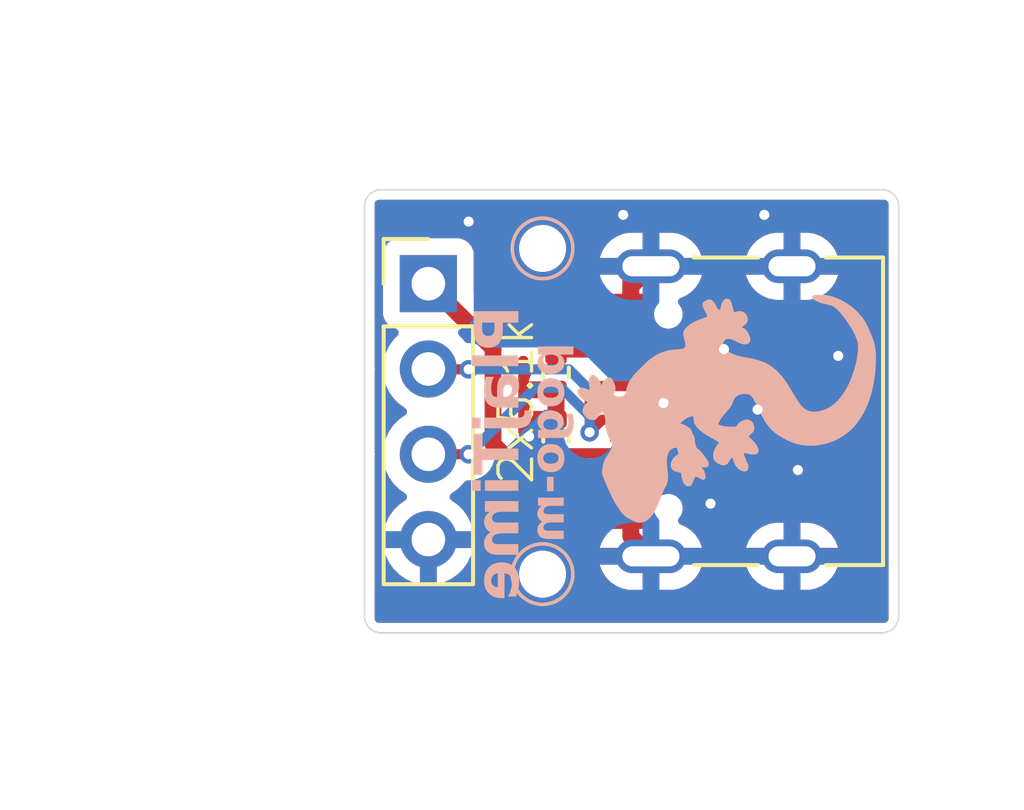
<source format=kicad_pcb>
(kicad_pcb (version 20240108) (generator "pcbnew") (generator_version "8.0")
  (layers (0 "F.Cu" signal) (31 "B.Cu" signal) (34 "B.Paste" user) (35 "F.Paste" user) (36 "B.SilkS" user "B.Silkscreen") (37 "F.SilkS" user "F.Silkscreen") (38 "B.Mask" user) (39 "F.Mask" user) (44 "Edge.Cuts" user))
  (net 0 "")
  (net 1 "/D+")
  (net 2 "/D-")
  (net 3 "/+5V")
  (net 4 "GND")
  (net 6 "Net-(J1-CC2)")
  (net 7 "Net-(J1-CC1)")
  (footprint "pogo:MountingHole_1.2mm_M1" (layer "F.Cu") (at 143.4 99.9)
    (property "Reference" "H2" (hide yes))
    (property "Value" "MountingHole" (hide yes))
  )
  (footprint "Resistor_SMD:R_0402_1005Metric" (layer "F.Cu") (at 143.8 103.6 -90)
    (property "Reference" "R2" (hide yes))
    (property "Value" "5.1k")
  )
  (footprint "Connector_USB:USB_C_Receptacle_G-Switch_GT-USB-7010ASV" (layer "F.Cu") (at 149.75 104.75 90)
    (property "Reference" "J1" (hide yes))
    (property "Value" "USB_C_Receptacle_USB2.0_16P")
  )
  (footprint "Connector_PinHeader_2.54mm:PinHeader_1x04_P2.54mm_Vertical" (layer "F.Cu") (at 140 100.95)
    (property "Reference" "J2" (hide yes))
    (property "Value" "Conn_01x04_Pin")
  )
  (footprint "pogo:MountingHole_1.2mm_M1" (layer "F.Cu") (at 143.4 109.6)
    (property "Reference" "H1" (hide yes))
    (property "Value" "MountingHole" (hide yes))
  )
  (footprint "Resistor_SMD:R_0402_1005Metric" (layer "F.Cu") (at 143.8 105.5 90)
    (property "Reference" "R1" (hide yes))
    (property "Value" "5.1k")
  )
  (gr_circle (center 143.4 99.9) (end 144.3 99.9) (stroke (width 0.1)) (fill none) (layer "B.SilkS"))
  (gr_poly (pts (xy 144.443266 104.151545) (xy 144.443446 104.156728) (xy 144.443779 104.162429) (xy 144.444854 104.175644) (xy 144.445867 104.184411) (xy 144.447313 104.193239) (xy 144.449182 104.202119) (xy 144.451464 104.211036) (xy 144.45723 104.228938) (xy 144.464532 104.24685) (xy 144.473294 104.264675) (xy 144.483438 104.282317) (xy 144.494885 104.299679) (xy 144.50756 104.316667) (xy 144.521384 104.333183) (xy 144.53628 104.349132) (xy 144.55217 104.364417) (xy 144.568976 104.378943) (xy 144.586622 104.392613) (xy 144.60503 104.405331) (xy 144.624122 104.417001) (xy 144.64382 104.427527) (xy 144.653526 104.432386) (xy 144.663259 104.437397) (xy 144.682384 104.447613) (xy 144.70035 104.457665) (xy 144.716316 104.467038) (xy 144.723285 104.471311) (xy 144.729438 104.475221) (xy 144.734669 104.478706) (xy 144.738872 104.481701) (xy 144.741943 104.484141) (xy 144.743775 104.485964) (xy 144.744194 104.486624) (xy 144.744264 104.487105) (xy 144.743971 104.487399) (xy 144.743304 104.487499) (xy 144.742834 104.48753) (xy 144.742221 104.487623) (xy 144.740591 104.488008) (xy 144.738458 104.488679) (xy 144.735865 104.489657) (xy 144.734411 104.490268) (xy 144.732858 104.490965) (xy 144.731213 104.491751) (xy 144.729481 104.492627) (xy 144.727667 104.493598) (xy 144.725777 104.494665) (xy 144.723817 104.495833) (xy 144.721791 104.497103) (xy 144.719732 104.498473) (xy 144.717654 104.499944) (xy 144.713365 104.503215) (xy 144.70878 104.506967) (xy 144.703751 104.511252) (xy 144.691778 104.521632) (xy 144.684541 104.527831) (xy 144.676276 104.534772) (xy 144.671182 104.539844) (xy 144.664896 104.547556) (xy 144.657669 104.557643) (xy 144.649752 104.56984) (xy 144.641396 104.583882) (xy 144.632852 104.599506) (xy 144.624372 104.616447) (xy 144.616206 104.634441) (xy 144.608605 104.653222) (xy 144.60182 104.672527) (xy 144.596103 104.692091) (xy 144.591705 104.711649) (xy 144.588875 104.730938) (xy 144.588128 104.740398) (xy 144.587866 104.749692) (xy 144.588123 104.758785) (xy 144.588929 104.767647) (xy 144.590316 104.776242) (xy 144.592314 104.784538) (xy 144.595329 104.793972) (xy 144.598572 104.802761) (xy 144.602079 104.81101) (xy 144.605883 104.81882) (xy 144.610016 104.826294) (xy 144.614514 104.833536) (xy 144.619408 104.840648) (xy 144.624733 104.847733) (xy 144.630522 104.854893) (xy 144.636809 104.862232) (xy 144.643627 104.869853) (xy 144.65101 104.877857) (xy 144.686859 104.915772) (xy 144.701674 104.931093) (xy 144.708357 104.937806) (xy 144.714677 104.943962) (xy 144.720723 104.949617) (xy 144.726586 104.954826) (xy 144.732354 104.959646) (xy 144.738119 104.964131) (xy 144.743968 104.968339) (xy 144.749992 104.972324) (xy 144.756282 104.976142) (xy 144.762926 104.97985) (xy 144.770013 104.983502) (xy 144.777635 104.987156) (xy 144.785881 104.990866) (xy 144.79484 104.994688) (xy 144.804874 104.998774) (xy 144.814816 105.00225) (xy 144.824644 105.005151) (xy 144.834334 105.007513) (xy 144.843865 105.009372) (xy 144.853213 105.010764) (xy 144.862356 105.011723) (xy 144.871272 105.012286) (xy 144.879937 105.012488) (xy 144.88833 105.012365) (xy 144.896427 105.011952) (xy 144.904205 105.011285) (xy 144.911644 105.0104) (xy 144.918718 105.009332) (xy 144.925407 105.008116) (xy 144.931687 105.006789) (xy 144.933481 105.006295) (xy 144.935435 105.005534) (xy 144.939802 105.003243) (xy 144.944743 104.999994) (xy 144.950213 104.995861) (xy 144.956164 104.990922) (xy 144.962553 104.985252) (xy 144.976455 104.972028) (xy 144.991552 104.956799) (xy 145.007477 104.940175) (xy 145.040342 104.905188) (xy 145.053114 104.891654) (xy 145.065724 104.878603) (xy 145.078109 104.86609) (xy 145.090205 104.854168) (xy 145.10195 104.842891) (xy 145.113281 104.832312) (xy 145.124134 104.822486) (xy 145.134446 104.813466) (xy 145.144155 104.805306) (xy 145.153197 104.79806) (xy 145.16151 104.791781) (xy 145.169029 104.786523) (xy 145.175693 104.78234) (xy 145.181439 104.779285) (xy 145.183947 104.778198) (xy 145.186202 104.777413) (xy 145.188196 104.776937) (xy 145.18992 104.776777) (xy 145.190563 104.776997) (xy 145.191423 104.777643) (xy 145.192485 104.778694) (xy 145.193735 104.780129) (xy 145.196742 104.78407) (xy 145.200327 104.789301) (xy 145.204376 104.795656) (xy 145.208772 104.802971) (xy 145.213399 104.81108) (xy 145.218143 104.819816) (xy 145.223348 104.830385) (xy 145.228368 104.841924) (xy 145.233181 104.854346) (xy 145.237766 104.867563) (xy 145.242103 104.881486) (xy 145.246172 104.896029) (xy 145.249951 104.911102) (xy 145.25342 104.92662) (xy 145.256559 104.942492) (xy 145.259346 104.958633) (xy 145.261761 104.974953) (xy 145.263783 104.991365) (xy 145.265392 105.007782) (xy 145.266567 105.024115) (xy 145.267287 105.040276) (xy 145.267532 105.056177) (xy 145.267954 105.092122) (xy 145.269222 105.127204) (xy 145.271341 105.161439) (xy 145.274311 105.194841) (xy 145.278138 105.227425) (xy 145.282824 105.259204) (xy 145.288371 105.290193) (xy 145.294784 105.320408) (xy 145.302064 105.349862) (xy 145.310216 105.378569) (xy 145.319243 105.406545) (xy 145.329146 105.433804) (xy 145.339931 105.46036) (xy 145.351599 105.486227) (xy 145.364153 105.511421) (xy 145.377598 105.535955) (xy 145.390208 105.557947) (xy 145.401615 105.57824) (xy 145.411872 105.596973) (xy 145.421034 105.614283) (xy 145.429154 105.630307) (xy 145.436286 105.645183) (xy 145.442484 105.659048) (xy 145.447801 105.672039) (xy 145.452291 105.684295) (xy 145.456009 105.695952) (xy 145.459006 105.707149) (xy 145.461339 105.718022) (xy 145.463059 105.728708) (xy 145.464222 105.739347) (xy 145.46488 105.750074) (xy 145.465087 105.761027) (xy 145.4648 105.77557) (xy 145.46388 105.789692) (xy 145.462241 105.803584) (xy 145.459795 105.817439) (xy 145.456457 105.831446) (xy 145.452139 105.845797) (xy 145.446754 105.860684) (xy 145.440216 105.876297) (xy 145.432438 105.892828) (xy 145.423332 105.910469) (xy 145.412813 105.929409) (xy 145.400793 105.94984) (xy 145.387186 105.971955) (xy 145.371904 105.995943) (xy 145.33597 106.050305) (xy 145.299328 106.105822) (xy 145.284187 106.129551) (xy 145.270905 106.151277) (xy 145.259284 106.171509) (xy 145.249129 106.190762) (xy 145.240243 106.209544) (xy 145.23243 106.22837) (xy 145.225493 106.247749) (xy 145.219236 106.268194) (xy 145.213463 106.290215) (xy 145.207978 106.314326) (xy 145.202583 106.341037) (xy 145.197083 106.37086) (xy 145.184981 106.441888) (xy 145.177654 106.488565) (xy 145.174862 106.5086) (xy 145.172667 106.526775) (xy 145.171079 106.543346) (xy 145.170111 106.55857) (xy 145.169773 106.572701) (xy 145.170076 106.585998) (xy 145.171033 106.598716) (xy 145.172655 106.611111) (xy 145.174952 106.623441) (xy 145.177937 106.63596) (xy 145.18162 106.648926) (xy 145.186014 106.662595) (xy 145.191128 106.677223) (xy 145.196976 106.693066) (xy 145.2356 106.791567) (xy 145.279482 106.897401) (xy 145.327002 107.007056) (xy 145.37654 107.117017) (xy 145.426474 107.223769) (xy 145.475185 107.3238) (xy 145.521052 107.413594) (xy 145.562453 107.489638) (xy 145.57965 107.51897) (xy 145.597792 107.548616) (xy 145.616714 107.578363) (xy 145.636253 107.608) (xy 145.656242 107.637313) (xy 145.676518 107.666091) (xy 145.696916 107.694121) (xy 145.717271 107.721191) (xy 145.737417 107.747088) (xy 145.757192 107.7716) (xy 145.776428 107.794514) (xy 145.794963 107.815619) (xy 145.812631 107.834702) (xy 145.829268 107.85155) (xy 145.844708 107.865952) (xy 145.858787 107.877694) (xy 145.865796 107.882739) (xy 145.875194 107.889041) (xy 145.886234 107.896171) (xy 145.898168 107.903699) (xy 145.921737 107.91823) (xy 145.939925 107.929199) (xy 145.950371 107.935771) (xy 145.955381 107.938876) (xy 145.960268 107.94184) (xy 145.965047 107.944648) (xy 145.969733 107.947288) (xy 145.974341 107.949742) (xy 145.978885 107.951999) (xy 146.000125 107.961067) (xy 146.008141 107.964806) (xy 146.016978 107.969277) (xy 146.021663 107.97181) (xy 146.026504 107.974553) (xy 146.031484 107.977515) (xy 146.036587 107.980705) (xy 146.062802 107.997004) (xy 146.088578 108.011513) (xy 146.11399 108.024244) (xy 146.139113 108.035209) (xy 146.164021 108.044422) (xy 146.188789 108.051894) (xy 146.21349 108.057639) (xy 146.238199 108.061667) (xy 146.262992 108.063993) (xy 146.287941 108.064628) (xy 146.313122 108.063584) (xy 146.338609 108.060874) (xy 146.364476 108.05651) (xy 146.390798 108.050505) (xy 146.417649 108.042872) (xy 146.445104 108.033622) (xy 146.452581 108.030649) (xy 146.460441 108.02704) (xy 146.468652 108.022819) (xy 146.477184 108.018011) (xy 146.486005 108.012641) (xy 146.495085 108.006734) (xy 146.504392 108.000313) (xy 146.513895 107.993405) (xy 146.523564 107.986034) (xy 146.533367 107.978225) (xy 146.543273 107.970002) (xy 146.553252 107.961391) (xy 146.563272 107.952415) (xy 146.573302 107.943101) (xy 146.583312 107.933473) (xy 146.59327 107.923555) (xy 146.615538 107.900113) (xy 146.636942 107.875885) (xy 146.65764 107.850563) (xy 146.677794 107.82384) (xy 146.697563 107.79541) (xy 146.717108 107.764966) (xy 146.736588 107.732201) (xy 146.756165 107.696807) (xy 146.775999 107.658478) (xy 146.796248 107.616907) (xy 146.838638 107.52281) (xy 146.884616 107.412062) (xy 146.935465 107.282205) (xy 146.955596 107.230646) (xy 146.974546 107.183262) (xy 146.992057 107.140657) (xy 147.007872 107.103435) (xy 147.021737 107.072199) (xy 147.033394 107.047553) (xy 147.038314 107.03789) (xy 147.042586 107.0301) (xy 147.046179 107.02426) (xy 147.049059 107.020444) (xy 147.055311 107.012394) (xy 147.061605 107.002873) (xy 147.067898 106.991998) (xy 147.074151 106.979886) (xy 147.08032 106.966653) (xy 147.086365 106.952417) (xy 147.092246 106.937294) (xy 147.097919 106.921402) (xy 147.103344 106.904856) (xy 147.10848 106.887773) (xy 147.113285 106.870271) (xy 147.117718 106.852467) (xy 147.121738 106.834476) (xy 147.125303 106.816416) (xy 147.128372 106.798403) (xy 147.130903 106.780555) (xy 147.133767 106.753401) (xy 147.135423 106.72604) (xy 147.13579 106.696281) (xy 147.134784 106.661933) (xy 147.132323 106.620806) (xy 147.128324 106.570707) (xy 147.115381 106.434832) (xy 147.111736 106.39767) (xy 147.108745 106.36256) (xy 147.106414 106.329372) (xy 147.104754 106.297977) (xy 147.103771 106.268243) (xy 147.103475 106.240042) (xy 147.103873 106.213241) (xy 147.104974 106.187712) (xy 147.106786 106.163324) (xy 147.109318 106.139946) (xy 147.112577 106.11745) (xy 147.116572 106.095703) (xy 147.121311 106.074577) (xy 147.126802 106.05394) (xy 147.133055 106.033663) (xy 147.140076 106.013616) (xy 147.147513 105.994652) (xy 147.155788 105.976664) (xy 147.164877 105.959671) (xy 147.174758 105.943689) (xy 147.185408 105.928737) (xy 147.196804 105.914832) (xy 147.208924 105.901991) (xy 147.221744 105.890232) (xy 147.235242 105.879573) (xy 147.249396 105.870032) (xy 147.264182 105.861625) (xy 147.279577 105.85437) (xy 147.29556 105.848286) (xy 147.312107 105.843388) (xy 147.329196 105.839696) (xy 147.346804 105.837227) (xy 147.362138 105.835681) (xy 147.368384 105.835333) (xy 147.373835 105.835441) (xy 147.376299 105.835708) (xy 147.378609 105.836137) (xy 147.380777 105.836746) (xy 147.38282 105.83755) (xy 147.384751 105.838566) (xy 147.386585 105.83981) (xy 147.388336 105.841299) (xy 147.390019 105.843048) (xy 147.391648 105.845074) (xy 147.393238 105.847394) (xy 147.396358 105.852978) (xy 147.399494 105.859931) (xy 147.402763 105.868382) (xy 147.40628 105.878462) (xy 147.41016 105.890301) (xy 147.419476 105.919777) (xy 147.42455 105.936023) (xy 147.428918 105.950462) (xy 147.432566 105.963237) (xy 147.434117 105.969045) (xy 147.435483 105.974491) (xy 147.436663 105.979593) (xy 147.437655 105.984368) (xy 147.438459 105.988836) (xy 147.439071 105.993013) (xy 147.439492 105.996918) (xy 147.439718 106.000568) (xy 147.43975 106.003982) (xy 147.439584 106.007178) (xy 147.43922 106.010173) (xy 147.438656 106.012985) (xy 147.43789 106.015633) (xy 147.436922 106.018135) (xy 147.435748 106.020507) (xy 147.434369 106.022769) (xy 147.432782 106.024938) (xy 147.430985 106.027033) (xy 147.428978 106.02907) (xy 147.426758 106.031069) (xy 147.424324 106.033047) (xy 147.421675 106.035021) (xy 147.418809 106.037011) (xy 147.415724 106.039034) (xy 147.408893 106.04325) (xy 147.399788 106.048865) (xy 147.390264 106.055331) (xy 147.380414 106.062555) (xy 147.37033 106.070447) (xy 147.360105 106.078912) (xy 147.349833 106.087861) (xy 147.339606 106.0972) (xy 147.329518 106.106838) (xy 147.319661 106.116682) (xy 147.310129 106.126642) (xy 147.301014 106.136624) (xy 147.29241 106.146536) (xy 147.284409 106.156288) (xy 147.277105 106.165786) (xy 147.270591 106.174939) (xy 147.264959 106.183655) (xy 147.25527 106.200795) (xy 147.24658 106.218048) (xy 147.238897 106.235364) (xy 147.232228 106.252689) (xy 147.22658 106.269974) (xy 147.22196 106.287165) (xy 147.218376 106.304212) (xy 147.215835 106.321062) (xy 147.214344 106.337664) (xy 147.21391 106.353967) (xy 147.21454 106.369918) (xy 147.216243 106.385466) (xy 147.219024 106.400559) (xy 147.222892 106.415146) (xy 147.227853 106.429175) (xy 147.233915 106.442594) (xy 147.238768 106.451321) (xy 147.24404 106.459762) (xy 147.249691 106.467897) (xy 147.255681 106.475707) (xy 147.261971 106.483171) (xy 147.26852 106.490271) (xy 147.275289 106.496987) (xy 147.282238 106.503298) (xy 147.289326 106.509186) (xy 147.296515 106.51463) (xy 147.303763 106.519612) (xy 147.311032 106.52411) (xy 147.318281 106.528107) (xy 147.325471 106.531581) (xy 147.332561 106.534514) (xy 147.339512 106.536886) (xy 147.366028 106.544939) (xy 147.378786 106.548609) (xy 147.391396 106.552092) (xy 147.403997 106.555427) (xy 147.416725 106.558651) (xy 147.443121 106.56492) (xy 147.449687 106.566523) (xy 147.455776 106.568199) (xy 147.461446 106.56992) (xy 147.466753 106.571659) (xy 147.485514 106.57823) (xy 147.489876 106.579636) (xy 147.494222 106.580892) (xy 147.498609 106.58197) (xy 147.503096 106.582842) (xy 147.50774 106.583479) (xy 147.512599 106.583854) (xy 147.517731 106.583939) (xy 147.523193 106.583705) (xy 147.527426 106.64156) (xy 147.52978 106.664575) (xy 147.533065 106.68748) (xy 147.537168 106.710126) (xy 147.541978 106.732362) (xy 147.547383 106.754038) (xy 147.553272 106.775003) (xy 147.559533 106.795108) (xy 147.566055 106.814201) (xy 147.572725 106.832133) (xy 147.579433 106.848752) (xy 147.586066 106.863909) (xy 147.592513 106.877453) (xy 147.598663 106.889234) (xy 147.604403 106.899101) (xy 147.609622 106.906905) (xy 147.614209 106.912494) (xy 147.631182 106.930607) (xy 147.639896 106.939627) (xy 147.644367 106.944031) (xy 147.648936 106.948329) (xy 147.65362 106.952494) (xy 147.658434 106.956497) (xy 147.663395 106.960312) (xy 147.66852 106.963912) (xy 147.673825 106.967268) (xy 147.679327 106.970354) (xy 147.685041 106.973143) (xy 147.690985 106.975607) (xy 147.697158 106.977764) (xy 147.70352 106.97965) (xy 147.71003 106.981266) (xy 147.716643 106.982613) (xy 147.723318 106.983692) (xy 147.730012 106.984504) (xy 147.736682 106.98505) (xy 147.743286 106.985331) (xy 147.749781 106.985346) (xy 147.756125 106.985098) (xy 147.762274 106.984587) (xy 147.768186 106.983814) (xy 147.773819 106.98278) (xy 147.77913 106.981486) (xy 147.784076 106.979933) (xy 147.788614 106.97812) (xy 147.798152 106.973799) (xy 147.802772 106.971401) (xy 147.807398 106.968554) (xy 147.81211 106.965036) (xy 147.816986 106.960629) (xy 147.822105 106.955114) (xy 147.827547 106.94827) (xy 147.833391 106.939878) (xy 147.839716 106.929719) (xy 147.846601 106.917574) (xy 147.854125 106.903222) (xy 147.862368 106.886444) (xy 147.871408 106.867021) (xy 147.881325 106.844733) (xy 147.892198 106.819361) (xy 147.919387 106.753641) (xy 147.926588 106.737281) (xy 147.933832 106.722067) (xy 147.937451 106.715064) (xy 147.94106 106.708558) (xy 147.944649 106.702617) (xy 147.948212 106.697312) (xy 147.948869 106.696334) (xy 147.949581 106.695533) (xy 147.950369 106.694906) (xy 147.951257 106.694453) (xy 147.952266 106.69417) (xy 147.953419 106.694057) (xy 147.95474 106.694111) (xy 147.95625 106.694329) (xy 147.957972 106.694711) (xy 147.95993 106.695254) (xy 147.962144 106.695957) (xy 147.964639 106.696816) (xy 147.97056 106.698999) (xy 147.977872 106.701787) (xy 147.983605 106.704006) (xy 147.989087 106.706313) (xy 147.999861 106.71113) (xy 148.005433 106.71361) (xy 148.011317 106.716117) (xy 148.017652 106.718638) (xy 148.02458 106.721156) (xy 148.027413 106.722173) (xy 148.03017 106.723239) (xy 148.035523 106.725507) (xy 148.04077 106.727951) (xy 148.046043 106.73056) (xy 148.057185 106.736235) (xy 148.063318 106.739282) (xy 148.069998 106.742455) (xy 148.099312 106.759842) (xy 148.114768 106.768589) (xy 148.130138 106.776764) (xy 148.137645 106.780496) (xy 148.144957 106.783914) (xy 148.152015 106.786963) (xy 148.158762 106.789584) (xy 148.16514 106.791722) (xy 148.17109 106.79332) (xy 148.176555 106.79432) (xy 148.179087 106.794578) (xy 148.181476 106.794666) (xy 148.184111 106.794594) (xy 148.186724 106.794379) (xy 148.189312 106.794023) (xy 148.191875 106.793528) (xy 148.194409 106.792895) (xy 148.196914 106.792126) (xy 148.199387 106.791224) (xy 148.201827 106.79019) (xy 148.204232 106.789026) (xy 148.206599 106.787733) (xy 148.211217 106.784769) (xy 148.215665 106.781313) (xy 148.219929 106.77738) (xy 148.223994 106.772984) (xy 148.227847 106.768139) (xy 148.231472 106.76286) (xy 148.234856 106.757161) (xy 148.237983 106.751058) (xy 148.240839 106.744563) (xy 148.24341 106.737693) (xy 148.245682 106.730461) (xy 148.247412 106.722627) (xy 148.248641 106.713994) (xy 148.249384 106.70464) (xy 148.24965 106.694643) (xy 148.249454 106.684078) (xy 148.248807 106.673025) (xy 148.247722 106.661561) (xy 148.246211 106.649763) (xy 148.244286 106.637708) (xy 148.241961 106.625475) (xy 148.239247 106.61314) (xy 148.236156 106.600782) (xy 148.232702 106.588477) (xy 148.228897 106.576304) (xy 148.224752 106.564339) (xy 148.220281 106.552661) (xy 148.218637 106.548428) (xy 148.217137 106.544455) (xy 148.214519 106.53725) (xy 148.212333 106.530974) (xy 148.210485 106.525555) (xy 148.20888 106.520918) (xy 148.207425 106.516993) (xy 148.206723 106.515273) (xy 148.206023 106.513704) (xy 148.205314 106.512277) (xy 148.204582 106.510981) (xy 148.200304 106.504322) (xy 148.198448 106.501491) (xy 148.196723 106.49894) (xy 148.195083 106.49663) (xy 148.194282 106.495554) (xy 148.193486 106.494524) (xy 148.19269 106.493534) (xy 148.191888 106.492582) (xy 148.191074 106.49166) (xy 148.190244 106.490765) (xy 148.176619 106.474383) (xy 148.166077 106.461484) (xy 148.154799 106.447382) (xy 148.144096 106.433532) (xy 148.139371 106.427156) (xy 148.135281 106.421387) (xy 148.131991 106.416407) (xy 148.129665 106.412399) (xy 148.128914 106.410815) (xy 148.128466 106.409543) (xy 148.128341 106.408604) (xy 148.128559 106.408022) (xy 148.128712 106.407902) (xy 148.128905 106.407806) (xy 148.129407 106.407687) (xy 148.130055 106.40766) (xy 148.130841 106.407724) (xy 148.131755 106.407874) (xy 148.132788 106.408108) (xy 148.133931 106.408423) (xy 148.135174 106.408815) (xy 148.136508 106.409282) (xy 148.137923 106.40982) (xy 148.139411 106.410426) (xy 148.140962 106.411097) (xy 148.144215 106.412623) (xy 148.147609 106.414372) (xy 148.153197 106.416836) (xy 148.160293 106.418939) (xy 148.168687 106.420681) (xy 148.178169 106.422067) (xy 148.188527 106.423097) (xy 148.19955 106.423773) (xy 148.211029 106.424098) (xy 148.222751 106.424073) (xy 148.234506 106.423701) (xy 148.246084 106.422985) (xy 148.257273 106.421924) (xy 148.267862 106.420523) (xy 148.277642 106.418783) (xy 148.2864 106.416706) (xy 148.293926 106.414294) (xy 148.300009 106.411549) (xy 148.305665 106.408209) (xy 148.310988 106.404548) (xy 148.31598 106.400579) (xy 148.320638 106.396315) (xy 148.324963 106.391771) (xy 148.328953 106.38696) (xy 148.332608 106.381896) (xy 148.335926 106.376591) (xy 148.338908 106.371061) (xy 148.341552 106.365317) (xy 148.343857 106.359374) (xy 148.345823 106.353246) (xy 148.34745 106.346946) (xy 148.348735 106.340487) (xy 148.349679 106.333883) (xy 148.35028 106.327147) (xy 148.350538 106.320294) (xy 148.350453 106.313337) (xy 148.350022 106.306289) (xy 148.349246 106.299163) (xy 148.348124 106.291975) (xy 148.346655 106.284736) (xy 148.344839 106.277461) (xy 148.342673 106.270163) (xy 148.337294 106.255552) (xy 148.334078 106.248267) (xy 148.330511 106.241013) (xy 148.326591 106.233804) (xy 148.322318 106.226654) (xy 148.317691 106.219575) (xy 148.312709 106.212583) (xy 148.308702 106.207498) (xy 148.303772 106.200971) (xy 148.298238 106.193394) (xy 148.292417 106.18516) (xy 148.286629 106.176662) (xy 148.281193 106.168292) (xy 148.276425 106.160442) (xy 148.274392 106.156834) (xy 148.272646 106.153504) (xy 148.267891 106.14559) (xy 148.260837 106.134904) (xy 148.241025 106.106812) (xy 148.215595 106.072419) (xy 148.186931 106.034918) (xy 148.157418 105.9975) (xy 148.129441 105.963357) (xy 148.105386 105.93568) (xy 148.095574 105.925263) (xy 148.087637 105.917661) (xy 148.078241 105.90987) (xy 148.06757 105.901355) (xy 148.044575 105.883318) (xy 148.033339 105.874375) (xy 148.023003 105.865871) (xy 148.018342 105.861874) (xy 148.01411 105.858095) (xy 148.010374 105.854571) (xy 148.007203 105.851338) (xy 148.004058 105.848275) (xy 148.000859 105.845411) (xy 147.994351 105.839788) (xy 147.991064 105.836783) (xy 147.987772 105.833487) (xy 147.984486 105.829777) (xy 147.981217 105.825529) (xy 147.977978 105.820622) (xy 147.974779 105.814932) (xy 147.971634 105.808338) (xy 147.968553 105.800716) (xy 147.965548 105.791943) (xy 147.962632 105.781898) (xy 147.959815 105.770458) (xy 147.957109 105.757499) (xy 147.950489 105.723897) (xy 147.945291 105.696645) (xy 147.941284 105.674156) (xy 147.938235 105.654841) (xy 147.935915 105.637114) (xy 147.93409 105.619387) (xy 147.93253 105.600072) (xy 147.931003 105.577583) (xy 147.929945 105.566031) (xy 147.928619 105.55492) (xy 147.927025 105.544242) (xy 147.925161 105.533993) (xy 147.923023 105.524165) (xy 147.92061 105.514753) (xy 147.917921 105.50575) (xy 147.914952 105.49715) (xy 147.911702 105.488946) (xy 147.908169 105.481134) (xy 147.904351 105.473706) (xy 147.900246 105.466656) (xy 147.895851 105.459979) (xy 147.891164 105.453667) (xy 147.886184 105.447715) (xy 147.880909 105.442116) (xy 147.878686 105.439778) (xy 147.876519 105.43727) (xy 147.874413 105.434602) (xy 147.872376 105.431786) (xy 147.870414 105.428834) (xy 147.868532 105.425757) (xy 147.866736 105.422567) (xy 147.865034 105.419274) (xy 147.863431 105.41589) (xy 147.861934 105.412426) (xy 147.860548 105.408895) (xy 147.859279 105.405306) (xy 147.858135 105.401672) (xy 147.857121 105.398004) (xy 147.856244 105.394313) (xy 147.855509 105.390611) (xy 147.854867 105.38712) (xy 147.85401 105.383286) (xy 147.851717 105.374747) (xy 147.848762 105.365298) (xy 147.845278 105.355245) (xy 147.841398 105.344894) (xy 147.837253 105.334552) (xy 147.832975 105.324524) (xy 147.828698 105.315116) (xy 147.825441 105.308733) (xy 147.822254 105.30278) (xy 147.819092 105.297207) (xy 147.81591 105.291965) (xy 147.812661 105.287004) (xy 147.809301 105.282275) (xy 147.805783 105.277727) (xy 147.802063 105.273312) (xy 147.798095 105.268979) (xy 147.793834 105.26468) (xy 147.789233 105.260364) (xy 147.784248 105.255982) (xy 147.778833 105.251484) (xy 147.772943 105.246821) (xy 147.766531 105.241942) (xy 147.759554 105.2368) (xy 147.747695 105.228274) (xy 147.734929 105.219657) (xy 147.721344 105.21099) (xy 147.707023 105.202315) (xy 147.67652 105.185107) (xy 147.644107 105.168361) (xy 147.610471 105.152409) (xy 147.576297 105.137581) (xy 147.542271 105.124209) (xy 147.509081 105.112622) (xy 147.507299 105.111906) (xy 147.506562 105.111501) (xy 147.505931 105.111061) (xy 147.505409 105.11058) (xy 147.504998 105.110056) (xy 147.5047 105.109485) (xy 147.504517 105.108863) (xy 147.504453 105.108186) (xy 147.504508 105.10745) (xy 147.504686 105.106652) (xy 147.504989 105.105788) (xy 147.505978 105.103847) (xy 147.507494 105.101598) (xy 147.509556 105.099009) (xy 147.512182 105.096051) (xy 147.515391 105.092694) (xy 147.519202 105.088908) (xy 147.528702 105.079931) (xy 147.540831 105.068877) (xy 147.56262 105.04976) (xy 147.584069 105.031829) (xy 147.605187 105.015077) (xy 147.625983 104.999501) (xy 147.646465 104.985095) (xy 147.666641 104.971854) (xy 147.686519 104.959772) (xy 147.706108 104.948845) (xy 147.725415 104.939067) (xy 147.74445 104.930433) (xy 147.763221 104.922938) (xy 147.781734 104.916576) (xy 147.8 104.911344) (xy 147.818026 104.907235) (xy 147.835821 104.904244) (xy 147.853392 104.902366) (xy 147.858013 104.902015) (xy 147.86211 104.901773) (xy 147.865723 104.901668) (xy 147.868893 104.901727) (xy 147.870323 104.901825) (xy 147.871657 104.901975) (xy 147.872899 104.902179) (xy 147.874055 104.902441) (xy 147.875129 104.902763) (xy 147.876126 104.90315) (xy 147.877052 104.903604) (xy 147.877911 104.90413) (xy 147.878707 104.90473) (xy 147.879447 104.905408) (xy 147.880134 104.906167) (xy 147.880774 104.90701) (xy 147.881372 104.907941) (xy 147.881932 104.908964) (xy 147.88246 104.910081) (xy 147.88296 104.911296) (xy 147.883437 104.912612) (xy 147.883896 104.914033) (xy 147.884782 104.917202) (xy 147.885654 104.92083) (xy 147.886554 104.924944) (xy 147.887937 104.931101) (xy 147.88942 104.939276) (xy 147.890969 104.949104) (xy 147.892551 104.960222) (xy 147.895681 104.984872) (xy 147.898548 105.010316) (xy 147.90121 105.03086) (xy 147.904731 105.050741) (xy 147.90916 105.070041) (xy 147.914544 105.088843) (xy 147.920933 105.107226) (xy 147.928376 105.125274) (xy 147.93692 105.143067) (xy 147.946614 105.160688) (xy 147.957507 105.178218) (xy 147.969648 105.195738) (xy 147.983085 105.213331) (xy 147.997866 105.231078) (xy 148.01404 105.249061) (xy 148.031657 105.26736) (xy 148.050763 105.286059) (xy 148.071409 105.305239) (xy 148.089658 105.321031) (xy 148.114922 105.341491) (xy 148.144689 105.36475) (xy 148.176449 105.38894) (xy 148.20769 105.412193) (xy 148.235903 105.432639) (xy 148.258576 105.44841) (xy 148.26705 105.453959) (xy 148.273198 105.457638) (xy 148.406999 105.532793) (xy 148.460074 105.563453) (xy 148.512154 105.5943) (xy 148.558816 105.623054) (xy 148.595637 105.647433) (xy 148.600867 105.651133) (xy 148.605953 105.654811) (xy 148.61087 105.658443) (xy 148.615591 105.662007) (xy 148.620089 105.66548) (xy 148.624336 105.668839) (xy 148.628307 105.672062) (xy 148.631973 105.675126) (xy 148.635309 105.678008) (xy 148.638287 105.680685) (xy 148.640881 105.683135) (xy 148.643064 105.685334) (xy 148.644808 105.687261) (xy 148.646087 105.688893) (xy 148.646544 105.68959) (xy 148.646874 105.690206) (xy 148.647075 105.690735) (xy 148.647143 105.691177) (xy 148.64712 105.691593) (xy 148.647053 105.692044) (xy 148.64679 105.693047) (xy 148.646361 105.694177) (xy 148.645776 105.695422) (xy 148.645041 105.69677) (xy 148.644166 105.698209) (xy 148.643159 105.69973) (xy 148.642027 105.70132) (xy 148.64078 105.702967) (xy 148.639426 105.704661) (xy 148.637972 105.706391) (xy 148.636427 105.708144) (xy 148.634799 105.709909) (xy 148.633098 105.711676) (xy 148.63133 105.713432) (xy 148.629504 105.715166) (xy 148.620229 105.724648) (xy 148.610474 105.73602) (xy 148.600354 105.749073) (xy 148.589982 105.763596) (xy 148.579473 105.77938) (xy 148.568943 105.796215) (xy 148.558506 105.813892) (xy 148.548277 105.8322) (xy 148.53837 105.85093) (xy 148.5289 105.869872) (xy 148.519982 105.888815) (xy 148.511731 105.907551) (xy 148.504261 105.92587) (xy 148.497687 105.943561) (xy 148.492124 105.960415) (xy 148.487687 105.976222) (xy 148.484776 105.989274) (xy 148.482388 106.002954) (xy 148.48052 106.017145) (xy 148.479165 106.031729) (xy 148.478319 106.04659) (xy 148.477976 106.061612) (xy 148.478131 106.076677) (xy 148.478779 106.091668) (xy 148.479915 106.10647) (xy 148.481534 106.120964) (xy 148.48363 106.135035) (xy 148.486199 106.148565) (xy 148.489234 106.161437) (xy 148.492732 106.173536) (xy 148.496686 106.184744) (xy 148.501093 106.194944) (xy 148.503896 106.200472) (xy 148.507003 106.205941) (xy 148.510394 106.211347) (xy 148.514051 106.216685) (xy 148.52209 106.227143) (xy 148.530971 106.237282) (xy 148.540545 106.247068) (xy 148.550665 106.256468) (xy 148.561183 106.265449) (xy 148.571949 106.273978) (xy 148.582816 106.282021) (xy 148.593636 106.289546) (xy 148.60426 106.296519) (xy 148.61454 106.302907) (xy 148.624329 106.308677) (xy 148.633477 106.313795) (xy 148.649259 106.321944) (xy 148.657906 106.326198) (xy 148.663321 106.328813) (xy 148.669421 106.331655) (xy 148.676176 106.334651) (xy 148.683555 106.337725) (xy 148.691526 106.340805) (xy 148.700059 106.343816) (xy 148.715112 106.34848) (xy 148.730016 106.352414) (xy 148.744766 106.355558) (xy 148.759358 106.357858) (xy 148.773786 106.359254) (xy 148.788045 106.35969) (xy 148.802129 106.359109) (xy 148.809104 106.358419) (xy 148.816034 106.357454) (xy 148.822918 106.356205) (xy 148.829754 106.354667) (xy 148.836544 106.352831) (xy 148.843285 106.35069) (xy 148.849978 106.348239) (xy 148.856621 106.345468) (xy 148.863214 106.342372) (xy 148.869756 106.338942) (xy 148.876247 106.335173) (xy 148.882686 106.331056) (xy 148.889073 106.326585) (xy 148.895406 106.321752) (xy 148.901685 106.31655) (xy 148.90791 106.310972) (xy 148.914079 106.305012) (xy 148.920193 106.298661) (xy 148.925749 106.292236) (xy 148.931282 106.285206) (xy 148.936755 106.27768) (xy 148.942131 106.269771) (xy 148.947374 106.261587) (xy 148.952447 106.25324) (xy 148.957313 106.24484) (xy 148.961937 106.236497) (xy 148.970311 106.220424) (xy 148.977276 106.205906) (xy 148.982539 106.193826) (xy 148.984442 106.188976) (xy 148.985809 106.185066) (xy 148.986744 106.182371) (xy 148.987785 106.179777) (xy 148.988928 106.177283) (xy 148.990166 106.174886) (xy 148.991493 106.172585) (xy 148.992902 106.170378) (xy 148.994387 106.168262) (xy 148.995942 106.166236) (xy 148.997561 106.164297) (xy 148.999238 106.162444) (xy 149.000965 106.160674) (xy 149.002738 106.158986) (xy 149.006393 106.155846) (xy 149.010153 106.153007) (xy 149.013969 106.150453) (xy 149.017789 106.148169) (xy 149.021565 106.146137) (xy 149.025245 106.144342) (xy 149.028781 106.142768) (xy 149.032122 106.141398) (xy 149.03802 106.139205) (xy 149.040097 106.138573) (xy 149.042109 106.138392) (xy 149.044061 106.138646) (xy 149.045956 106.139318) (xy 149.0478 106.140392) (xy 149.049596 106.141851) (xy 149.053066 106.14586) (xy 149.0564 106.151214) (xy 149.059636 106.157781) (xy 149.06281 106.16543) (xy 149.065956 106.174029) (xy 149.072311 106.193553) (xy 149.078989 106.215301) (xy 149.086278 106.238222) (xy 149.090241 106.249795) (xy 149.094464 106.261266) (xy 149.10017 106.275174) (xy 149.105912 106.288593) (xy 149.111693 106.301527) (xy 149.117517 106.313985) (xy 149.123385 106.32597) (xy 149.129303 106.337491) (xy 149.135272 106.348553) (xy 149.141296 106.359162) (xy 149.147378 106.369325) (xy 149.153521 106.379047) (xy 149.159727 106.388335) (xy 149.166002 106.397196) (xy 149.172346 106.405635) (xy 149.178764 106.413658) (xy 149.185258 106.421272) (xy 149.191831 106.428483) (xy 149.203281 106.440006) (xy 149.214788 106.451173) (xy 149.226221 106.461805) (xy 149.237451 106.471722) (xy 149.242948 106.476356) (xy 149.248346 106.480745) (xy 149.253626 106.484866) (xy 149.258774 106.488696) (xy 149.263773 106.492213) (xy 149.268607 106.495394) (xy 149.273258 106.498218) (xy 149.277712 106.500662) (xy 149.281195 106.502407) (xy 149.284616 106.504018) (xy 149.287981 106.505508) (xy 149.291297 106.506891) (xy 149.297808 106.509384) (xy 149.304199 106.511603) (xy 149.316824 106.515633) (xy 149.323159 106.517651) (xy 149.329577 106.519812) (xy 149.349863 106.527229) (xy 149.35992 106.530671) (xy 149.369904 106.533835) (xy 149.379804 106.536644) (xy 149.389606 106.539022) (xy 149.3993 106.540893) (xy 149.408874 106.542179) (xy 149.418315 106.542806) (xy 149.422983 106.542849) (xy 149.427612 106.542697) (xy 149.432203 106.542343) (xy 149.436753 106.541776) (xy 149.441261 106.540987) (xy 149.445726 106.539967) (xy 149.450145 106.538705) (xy 149.454518 106.537193) (xy 149.458844 106.53542) (xy 149.463119 106.533378) (xy 149.467344 106.531057) (xy 149.471517 106.528446) (xy 149.475635 106.525538) (xy 149.479698 106.522321) (xy 149.489594 106.513067) (xy 149.498377 106.503054) (xy 149.506042 106.492317) (xy 149.512584 106.480892) (xy 149.517996 106.468814) (xy 149.522275 106.456118) (xy 149.525415 106.442839) (xy 149.527411 106.429012) (xy 149.528258 106.414672) (xy 149.52795 106.399855) (xy 149.526483 106.384596) (xy 149.52385 106.368929) (xy 149.520048 106.352891) (xy 149.515071 106.336515) (xy 149.508913 106.319838) (xy 149.50157 106.302894) (xy 149.496272 106.292215) (xy 149.490858 106.281759) (xy 149.480122 106.261125) (xy 149.475016 106.250751) (xy 149.470232 106.240209) (xy 149.467994 106.234844) (xy 149.465876 106.2294) (xy 149.463894 106.223865) (xy 149.462059 106.218227) (xy 149.442909 106.151858) (xy 149.440355 106.143881) (xy 149.43768 106.136049) (xy 149.434857 106.128384) (xy 149.431859 106.120909) (xy 149.428662 106.113645) (xy 149.425238 106.106614) (xy 149.421563 106.09984) (xy 149.417609 106.093344) (xy 149.415815 106.090326) (xy 149.414133 106.087362) (xy 149.412559 106.084461) (xy 149.411089 106.081629) (xy 149.409718 106.078876) (xy 149.408443 106.076208) (xy 149.40616 106.07116) (xy 149.404206 106.066548) (xy 149.402546 106.062434) (xy 149.39997 106.055949) (xy 149.398162 106.051392) (xy 149.396658 106.04719) (xy 149.395453 106.043302) (xy 149.394962 106.041464) (xy 149.394543 106.039689) (xy 149.394197 106.037974) (xy 149.393924 106.036312) (xy 149.393721 106.034699) (xy 149.393589 106.03313) (xy 149.393528 106.0316) (xy 149.393536 106.030104) (xy 149.393613 106.028637) (xy 149.393758 106.027194) (xy 149.393971 106.025771) (xy 149.394251 106.024361) (xy 149.394598 106.02296) (xy 149.395011 106.021564) (xy 149.395489 106.020167) (xy 149.396032 106.018764) (xy 149.397309 106.015921) (xy 149.398839 106.012996) (xy 149.400616 106.009948) (xy 149.402636 106.006738) (xy 149.404893 106.003326) (xy 149.406099 106.001647) (xy 149.407346 106.000131) (xy 149.408635 105.998772) (xy 149.409969 105.997566) (xy 149.411349 105.996507) (xy 149.412779 105.995589) (xy 149.414261 105.994807) (xy 149.415797 105.994156) (xy 149.417389 105.993629) (xy 149.419039 105.993221) (xy 149.42075 105.992928) (xy 149.422524 105.992743) (xy 149.42627 105.992676) (xy 149.430296 105.992977) (xy 149.43462 105.993603) (xy 149.439259 105.994508) (xy 149.449561 105.996984) (xy 149.461348 106.000055) (xy 149.474765 106.003369) (xy 149.513221 106.013058) (xy 149.538343 106.019243) (xy 149.566037 106.025481) (xy 149.595287 106.031138) (xy 149.610177 106.033552) (xy 149.625074 106.035584) (xy 149.639852 106.037154) (xy 149.654382 106.038185) (xy 149.668538 106.038597) (xy 149.682193 106.038311) (xy 149.698954 106.037193) (xy 149.706317 106.03656) (xy 149.713094 106.035852) (xy 149.719354 106.035049) (xy 149.725167 106.034131) (xy 149.730601 106.033079) (xy 149.735727 106.031873) (xy 149.740612 106.030493) (xy 149.745327 106.028919) (xy 149.749941 106.027133) (xy 149.754523 106.025115) (xy 149.759142 106.022844) (xy 149.763868 106.020301) (xy 149.768769 106.017467) (xy 149.773915 106.014322) (xy 149.785999 106.006317) (xy 149.791486 106.00216) (xy 149.796605 105.997895) (xy 149.801362 105.993518) (xy 149.805759 105.989026) (xy 149.8098 105.984416) (xy 149.813487 105.979684) (xy 149.816825 105.974827) (xy 149.819816 105.969841) (xy 149.822463 105.964722) (xy 149.824771 105.959468) (xy 149.826742 105.954074) (xy 149.828379 105.948537) (xy 149.829686 105.942854) (xy 149.830666 105.937021) (xy 149.831323 105.931035) (xy 149.831659 105.924892) (xy 149.831678 105.918588) (xy 149.831384 105.912121) (xy 149.829866 105.89868) (xy 149.827132 105.884543) (xy 149.823209 105.86968) (xy 149.818123 105.854064) (xy 149.811899 105.837667) (xy 149.804565 105.820461) (xy 149.801606 105.813967) (xy 149.798438 105.807354) (xy 149.791634 105.793969) (xy 149.784474 105.7807) (xy 149.777282 105.767942) (xy 149.770378 105.75609) (xy 149.764084 105.745539) (xy 149.754617 105.729916) (xy 149.749373 105.721785) (xy 149.74317 105.713154) (xy 149.736046 105.704027) (xy 149.728041 105.694409) (xy 149.709544 105.673724) (xy 149.687988 105.65114) (xy 149.663686 105.626698) (xy 149.636948 105.600439) (xy 149.577413 105.542639) (xy 149.536848 105.501383) (xy 149.555898 105.477394) (xy 149.557886 105.474669) (xy 149.56013 105.471803) (xy 149.562603 105.468819) (xy 149.56528 105.465741) (xy 149.568134 105.462593) (xy 149.571141 105.459398) (xy 149.577506 105.452964) (xy 149.584168 105.446629) (xy 149.590922 105.440584) (xy 149.59756 105.435018) (xy 149.600771 105.432474) (xy 149.603875 105.430122) (xy 149.613372 105.422529) (xy 149.622531 105.414589) (xy 149.631331 105.406334) (xy 149.639749 105.397799) (xy 149.647761 105.389015) (xy 149.655345 105.380016) (xy 149.662479 105.370836) (xy 149.66914 105.361507) (xy 149.675304 105.352061) (xy 149.680949 105.342534) (xy 149.686053 105.332956) (xy 149.690593 105.323363) (xy 149.694545 105.313785) (xy 149.697888 105.304257) (xy 149.700599 105.294812) (xy 149.702654 105.285483) (xy 149.703914 105.276614) (xy 149.704758 105.267589) (xy 149.705208 105.258436) (xy 149.705285 105.249183) (xy 149.705009 105.239858) (xy 149.704403 105.230487) (xy 149.703487 105.221099) (xy 149.702282 105.21172) (xy 149.700811 105.20238) (xy 149.699094 105.193104) (xy 149.697152 105.183921) (xy 149.695008 105.174859) (xy 149.692681 105.165944) (xy 149.690193 105.157205) (xy 149.684822 105.140363) (xy 149.680957 105.131963) (xy 149.676991 105.123797) (xy 149.672906 105.115861) (xy 149.668682 105.108151) (xy 149.6643 105.100661) (xy 149.659743 105.093387) (xy 149.654991 105.086324) (xy 149.650025 105.079468) (xy 149.644826 105.072813) (xy 149.639377 105.066356) (xy 149.633657 105.06009) (xy 149.627648 105.054012) (xy 149.621331 105.048118) (xy 149.614688 105.042401) (xy 149.6077 105.036858) (xy 149.600348 105.031483) (xy 149.586481 105.022479) (xy 149.571899 105.014778) (xy 149.556648 105.008381) (xy 149.540772 105.003283) (xy 149.524318 104.999483) (xy 149.50733 104.99698) (xy 149.489855 104.99577) (xy 149.471937 104.995852) (xy 149.453622 104.997225) (xy 149.434956 104.999885) (xy 149.415984 105.00383) (xy 149.396751 105.00906) (xy 149.377303 105.01557) (xy 149.357686 105.023361) (xy 149.337945 105.032429) (xy 149.318126 105.042772) (xy 149.308696 105.048324) (xy 149.298981 105.054611) (xy 149.289056 105.061557) (xy 149.279 105.069087) (xy 149.268891 105.077126) (xy 149.258805 105.085597) (xy 149.248821 105.094426) (xy 149.239015 105.103538) (xy 149.229466 105.112856) (xy 149.220251 105.122305) (xy 149.211447 105.13181) (xy 149.203131 105.141296) (xy 149.195382 105.150686) (xy 149.188277 105.159906) (xy 149.181894 105.16888) (xy 149.176309 105.177533) (xy 149.15867 105.206461) (xy 149.03802 105.207166) (xy 149.007947 105.20696) (xy 148.978607 105.206343) (xy 148.950041 105.20532) (xy 148.922287 105.203892) (xy 148.895385 105.202063) (xy 148.869373 105.199836) (xy 148.844292 105.197215) (xy 148.82018 105.194202) (xy 148.797077 105.1908) (xy 148.775022 105.187012) (xy 148.754054 105.182843) (xy 148.734212 105.178293) (xy 148.715537 105.173368) (xy 148.698067 105.16807) (xy 148.681841 105.162401) (xy 148.666898 105.156366) (xy 148.659589 105.153216) (xy 148.653269 105.150281) (xy 148.647938 105.147412) (xy 148.643593 105.14446) (xy 148.641789 105.142906) (xy 148.640231 105.141276) (xy 148.638919 105.139552) (xy 148.637852 105.137713) (xy 148.63703 105.135742) (xy 148.636452 105.13362) (xy 148.636119 105.131329) (xy 148.63603 105.128849) (xy 148.636185 105.126163) (xy 148.636584 105.123252) (xy 148.638111 105.116679) (xy 148.64061 105.108981) (xy 148.644078 105.10001) (xy 148.648513 105.089617) (xy 148.653914 105.077653) (xy 148.667604 105.048416) (xy 148.680422 105.023082) (xy 148.687252 105.010676) (xy 148.694481 104.998278) (xy 148.702198 104.985764) (xy 148.710491 104.97301) (xy 148.729163 104.946287) (xy 148.751209 104.917117) (xy 148.77734 104.884507) (xy 148.808266 104.847465) (xy 148.844698 104.804999) (xy 148.870458 104.775149) (xy 148.894341 104.746908) (xy 148.916421 104.720166) (xy 148.936773 104.694812) (xy 148.955472 104.670735) (xy 148.972591 104.647825) (xy 148.988206 104.625971) (xy 149.00239 104.605063) (xy 149.015218 104.58499) (xy 149.026764 104.565641) (xy 149.037104 104.546907) (xy 149.04631 104.528675) (xy 149.054459 104.510837) (xy 149.061623 104.49328) (xy 149.067878 104.475896) (xy 149.073298 104.458572) (xy 149.079589 104.439141) (xy 149.087314 104.4203) (xy 149.096417 104.402093) (xy 149.106845 104.384566) (xy 149.118542 104.367762) (xy 149.131453 104.351726) (xy 149.145523 104.336502) (xy 149.160699 104.322135) (xy 149.176924 104.308669) (xy 149.194145 104.296149) (xy 149.212306 104.284619) (xy 149.231354 104.274124) (xy 149.251232 104.264708) (xy 149.271886 104.256415) (xy 149.293261 104.24929) (xy 149.315304 104.243377) (xy 149.327235 104.240946) (xy 149.34018 104.23894) (xy 149.353993 104.237356) (xy 149.368529 104.236189) (xy 149.383644 104.235436) (xy 149.399193 104.235093) (xy 149.415031 104.235154) (xy 149.431015 104.235616) (xy 149.446998 104.236475) (xy 149.462836 104.237727) (xy 149.478385 104.239368) (xy 149.4935 104.241393) (xy 149.508037 104.243798) (xy 149.521849 104.24658) (xy 149.534794 104.249734) (xy 149.546726 104.253255) (xy 149.560301 104.257745) (xy 149.566125 104.259925) (xy 149.571453 104.262185) (xy 149.576398 104.264619) (xy 149.581068 104.26732) (xy 149.585575 104.27038) (xy 149.590029 104.273893) (xy 149.594542 104.277951) (xy 149.599222 104.282649) (xy 149.604182 104.288078) (xy 149.609531 104.294332) (xy 149.615381 104.301503) (xy 149.621841 104.309686) (xy 149.637037 104.329455) (xy 149.655285 104.354618) (xy 149.674938 104.385238) (xy 149.697337 104.423862) (xy 149.72382 104.473036) (xy 149.755727 104.535306) (xy 149.794398 104.613221) (xy 149.897387 104.826166) (xy 149.917055 104.866274) (xy 149.936428 104.904404) (xy 149.955589 104.940699) (xy 149.974622 104.975298) (xy 149.993609 105.008342) (xy 150.012635 105.039973) (xy 150.031783 105.07033) (xy 150.051136 105.099555) (xy 150.070777 105.127788) (xy 150.09079 105.15517) (xy 150.111259 105.181842) (xy 150.132267 105.207944) (xy 150.153897 105.233618) (xy 150.176232 105.259003) (xy 150.199357 105.284241) (xy 150.223354 105.309472) (xy 150.233133 105.319416) (xy 150.24352 105.329507) (xy 150.254408 105.339678) (xy 150.265693 105.349858) (xy 150.289024 105.369973) (xy 150.312667 105.389302) (xy 150.335773 105.407296) (xy 150.357495 105.423404) (xy 150.376984 105.437076) (xy 150.393393 105.447761) (xy 150.408945 105.458019) (xy 150.426107 105.469008) (xy 150.462983 105.491851) (xy 150.499459 105.513639) (xy 150.530976 105.531722) (xy 150.55965 105.547398) (xy 150.58839 105.563472) (xy 150.613824 105.577958) (xy 150.632576 105.588872) (xy 150.641332 105.593959) (xy 150.652486 105.600072) (xy 150.665591 105.606979) (xy 150.680201 105.614448) (xy 150.712149 105.630147) (xy 150.728595 105.637914) (xy 150.744759 105.645316) (xy 150.801256 105.669337) (xy 150.858767 105.690873) (xy 150.917203 105.709945) (xy 150.976475 105.72657) (xy 151.09717 105.752549) (xy 151.220138 105.768954) (xy 151.344665 105.775929) (xy 151.470036 105.773618) (xy 151.595537 105.762165) (xy 151.720454 105.741713) (xy 151.844073 105.712405) (xy 151.96568 105.674386) (xy 152.08456 105.627799) (xy 152.2 105.572787) (xy 152.311285 105.509495) (xy 152.417701 105.438066) (xy 152.518534 105.358644) (xy 152.566634 105.31598) (xy 152.61307 105.271372) (xy 152.675942 105.204929) (xy 152.736202 105.134519) (xy 152.793801 105.060244) (xy 152.848692 104.982204) (xy 152.900826 104.900502) (xy 152.950153 104.815239) (xy 152.996626 104.726515) (xy 153.040196 104.634432) (xy 153.080813 104.539091) (xy 153.118431 104.440594) (xy 153.153 104.339042) (xy 153.184471 104.234536) (xy 153.212796 104.127177) (xy 153.237926 104.017068) (xy 153.259814 103.904308) (xy 153.278409 103.789) (xy 153.289666 103.703982) (xy 153.299543 103.613812) (xy 153.307914 103.520551) (xy 153.314657 103.426256) (xy 153.319647 103.332986) (xy 153.32276 103.2428) (xy 153.323872 103.157758) (xy 153.322859 103.079916) (xy 153.320732 103.027945) (xy 153.31749 102.978603) (xy 153.313073 102.931411) (xy 153.307425 102.885889) (xy 153.300486 102.841557) (xy 153.2922 102.797937) (xy 153.282509 102.754548) (xy 153.271354 102.710911) (xy 153.265563 102.690131) (xy 153.259119 102.668691) (xy 153.244739 102.624745) (xy 153.229157 102.580901) (xy 153.213316 102.53899) (xy 153.19816 102.500842) (xy 153.18463 102.468288) (xy 153.173671 102.443156) (xy 153.166225 102.427277) (xy 153.162321 102.419932) (xy 153.158446 102.412274) (xy 153.15084 102.396266) (xy 153.143507 102.379738) (xy 153.136551 102.363175) (xy 153.130071 102.34706) (xy 153.124171 102.331879) (xy 153.114512 102.306257) (xy 153.111261 102.298415) (xy 153.105975 102.28623) (xy 153.088614 102.246655) (xy 153.082523 102.233299) (xy 153.075515 102.21844) (xy 153.067824 102.202582) (xy 153.059681 102.186231) (xy 153.051318 102.169892) (xy 153.042967 102.154072) (xy 153.034861 102.139274) (xy 153.027232 102.126005) (xy 152.993534 102.069148) (xy 152.980238 102.047202) (xy 152.965143 102.022994) (xy 152.949121 101.999169) (xy 152.931092 101.974145) (xy 152.911268 101.948146) (xy 152.889857 101.921394) (xy 152.86707 101.894113) (xy 152.843116 101.866526) (xy 152.818204 101.838857) (xy 152.792546 101.811328) (xy 152.76635 101.784162) (xy 152.739826 101.757584) (xy 152.713185 101.731816) (xy 152.686635 101.707082) (xy 152.660388 101.683604) (xy 152.634651 101.661606) (xy 152.609637 101.641312) (xy 152.585553 101.622944) (xy 152.541522 101.591416) (xy 152.497523 101.561386) (xy 152.453538 101.532846) (xy 152.40955 101.505789) (xy 152.365542 101.480208) (xy 152.321495 101.456095) (xy 152.277393 101.433444) (xy 152.233217 101.412248) (xy 152.18895 101.392498) (xy 152.144574 101.374188) (xy 152.100073 101.35731) (xy 152.055428 101.341858) (xy 152.010621 101.327823) (xy 151.965636 101.315199) (xy 151.920454 101.303979) (xy 151.875059 101.294155) (xy 151.858637 101.291395) (xy 151.839298 101.288938) (xy 151.793623 101.284961) (xy 151.741548 101.282274) (xy 151.686588 101.280926) (xy 151.632256 101.280968) (xy 151.582066 101.282448) (xy 151.539533 101.285416) (xy 151.522235 101.287474) (xy 151.50817 101.289922) (xy 151.493576 101.293189) (xy 151.480679 101.296148) (xy 151.469377 101.298855) (xy 151.459564 101.301365) (xy 151.455183 101.302564) (xy 151.451136 101.303735) (xy 151.447408 101.304885) (xy 151.443988 101.30602) (xy 151.440862 101.307148) (xy 151.438016 101.308276) (xy 151.435439 101.309411) (xy 151.433117 101.310559) (xy 151.431036 101.311729) (xy 151.429184 101.312925) (xy 151.427548 101.314157) (xy 151.426115 101.315429) (xy 151.424871 101.316751) (xy 151.423804 101.318128) (xy 151.422901 101.319568) (xy 151.422148 101.321077) (xy 151.421532 101.322662) (xy 151.421041 101.324331) (xy 151.420661 101.326091) (xy 151.42038 101.327948) (xy 151.420183 101.329909) (xy 151.420059 101.331981) (xy 151.419976 101.336489) (xy 151.420535 101.346988) (xy 151.422219 101.357082) (xy 151.425037 101.366809) (xy 151.429001 101.376211) (xy 151.434121 101.385328) (xy 151.440406 101.394199) (xy 151.447867 101.402865) (xy 151.456515 101.411366) (xy 151.466359 101.419742) (xy 151.47741 101.428033) (xy 151.489678 101.436279) (xy 151.503173 101.44452) (xy 151.517906 101.452797) (xy 151.533887 101.461149) (xy 151.551126 101.469617) (xy 151.569633 101.478241) (xy 151.614548 101.498548) (xy 151.630999 101.505877) (xy 151.647164 101.512878) (xy 151.656051 101.516458) (xy 151.669286 101.52101) (xy 151.687621 101.526621) (xy 151.711807 101.533375) (xy 151.742598 101.54136) (xy 151.780745 101.55066) (xy 151.827 101.561364) (xy 151.882115 101.573555) (xy 151.927549 101.583744) (xy 151.949626 101.589192) (xy 151.971378 101.595182) (xy 151.982158 101.598452) (xy 151.992886 101.601943) (xy 152.003572 101.605685) (xy 152.014226 101.609706) (xy 152.024857 101.614034) (xy 152.035476 101.618699) (xy 152.046093 101.623729) (xy 152.056716 101.629153) (xy 152.066439 101.634903) (xy 152.077898 101.642796) (xy 152.090974 101.652745) (xy 152.105547 101.664661) (xy 152.1387 101.694045) (xy 152.176398 101.730244) (xy 152.217681 101.772558) (xy 152.261586 101.820283) (xy 152.307155 101.872716) (xy 152.353426 101.929155) (xy 152.382522 101.966916) (xy 152.415802 102.012433) (xy 152.451628 102.063274) (xy 152.488363 102.117009) (xy 152.524372 102.171208) (xy 152.558015 102.223438) (xy 152.587657 102.27127) (xy 152.611659 102.312272) (xy 152.629775 102.345579) (xy 152.649164 102.382938) (xy 152.668983 102.422578) (xy 152.688388 102.462732) (xy 152.706537 102.501628) (xy 152.722586 102.537498) (xy 152.735691 102.568573) (xy 152.74501 102.593083) (xy 152.758555 102.633181) (xy 152.769241 102.667409) (xy 152.773609 102.682905) (xy 152.777379 102.697635) (xy 152.780592 102.711831) (xy 152.783286 102.725727) (xy 152.7855 102.739558) (xy 152.787274 102.753556) (xy 152.788646 102.767954) (xy 152.789658 102.782988) (xy 152.790346 102.798889) (xy 152.790752 102.815892) (xy 152.790871 102.854139) (xy 152.789292 102.909824) (xy 152.785153 102.968928) (xy 152.778556 103.031047) (xy 152.769604 103.09578) (xy 152.758399 103.162725) (xy 152.745044 103.23148) (xy 152.729639 103.301642) (xy 152.712289 103.37281) (xy 152.693095 103.444582) (xy 152.672159 103.516555) (xy 152.649584 103.588327) (xy 152.625472 103.659497) (xy 152.599926 103.729663) (xy 152.573048 103.798421) (xy 152.544939 103.865371) (xy 152.515703 103.930111) (xy 152.495092 103.97256) (xy 152.47328 104.014874) (xy 152.450375 104.056903) (xy 152.426484 104.098496) (xy 152.401711 104.139502) (xy 152.376164 104.17977) (xy 152.34995 104.219149) (xy 152.323175 104.257488) (xy 152.295944 104.294637) (xy 152.268366 104.330445) (xy 152.240546 104.364759) (xy 152.21259 104.397431) (xy 152.184605 104.428308) (xy 152.156698 104.457241) (xy 152.128975 104.484077) (xy 152.101542 104.508666) (xy 152.068913 104.535733) (xy 152.036336 104.561123) (xy 152.003747 104.584863) (xy 151.971081 104.606981) (xy 151.938274 104.627503) (xy 151.905263 104.646456) (xy 151.871983 104.663867) (xy 151.83837 104.679763) (xy 151.804361 104.694171) (xy 151.76989 104.707117) (xy 151.734894 104.718629) (xy 151.69931 104.728733) (xy 151.663072 104.737457) (xy 151.626117 104.744826) (xy 151.58838 104.750868) (xy 151.549798 104.755611) (xy 151.522162 104.758155) (xy 151.495564 104.759691) (xy 151.469933 104.760204) (xy 151.445199 104.759679) (xy 151.421293 104.758099) (xy 151.398142 104.755449) (xy 151.375678 104.751715) (xy 151.35383 104.746879) (xy 151.332528 104.740928) (xy 151.311701 104.733844) (xy 151.291279 104.725614) (xy 151.271192 104.716221) (xy 151.251369 104.705649) (xy 151.231741 104.693884) (xy 151.212237 104.68091) (xy 151.192787 104.666711) (xy 151.178236 104.654902) (xy 151.163577 104.641976) (xy 151.148875 104.628056) (xy 151.134192 104.613266) (xy 151.119591 104.597733) (xy 151.105136 104.58158) (xy 151.090891 104.564932) (xy 151.076917 104.547914) (xy 151.063279 104.530651) (xy 151.050041 104.513267) (xy 151.025013 104.478637) (xy 151.002342 104.44502) (xy 150.982531 104.413416) (xy 150.797699 104.109115) (xy 150.715974 103.97809) (xy 150.671424 103.908538) (xy 150.621993 103.832744) (xy 150.599024 103.800591) (xy 150.571961 103.765246) (xy 150.541911 103.727959) (xy 150.509983 103.68998) (xy 150.477283 103.652561) (xy 150.444919 103.616952) (xy 150.413999 103.584403) (xy 150.385631 103.556166) (xy 150.343235 103.516762) (xy 150.300324 103.479721) (xy 150.256717 103.444958) (xy 150.21223 103.412387) (xy 150.166681 103.381925) (xy 150.119886 103.353487) (xy 150.071663 103.326988) (xy 150.021829 103.302343) (xy 149.970201 103.279467) (xy 149.916595 103.258276) (xy 149.86083 103.238685) (xy 149.802721 103.220608) (xy 149.742087 103.203963) (xy 149.678743 103.188663) (xy 149.612508 103.174624) (xy 149.543198 103.161761) (xy 149.439749 103.143112) (xy 149.351794 103.125943) (xy 149.31295 103.117735) (xy 149.277168 103.109683) (xy 149.244176 103.101716) (xy 149.213704 103.093763) (xy 149.18548 103.085751) (xy 149.159235 103.077611) (xy 149.134698 103.06927) (xy 149.111597 103.060657) (xy 149.089661 103.051701) (xy 149.068621 103.04233) (xy 149.048205 103.032474) (xy 149.028142 103.022061) (xy 149.010572 103.012391) (xy 148.993381 103.002484) (xy 148.976668 102.992416) (xy 148.96053 102.982263) (xy 148.945067 102.972102) (xy 148.930375 102.962009) (xy 148.916553 102.95206) (xy 148.9037 102.942333) (xy 148.891914 102.932903) (xy 148.881292 102.923848) (xy 148.871933 102.915243) (xy 148.863935 102.907166) (xy 148.857397 102.899691) (xy 148.854706 102.896205) (xy 148.852416 102.892897) (xy 148.850541 102.889779) (xy 148.849091 102.88686) (xy 148.84808 102.884149) (xy 148.84752 102.881655) (xy 148.847356 102.880458) (xy 148.84713 102.879252) (xy 148.846849 102.878046) (xy 148.846517 102.876849) (xy 148.84614 102.875668) (xy 148.845722 102.874511) (xy 148.845269 102.873388) (xy 148.844786 102.872307) (xy 148.844279 102.871274) (xy 148.843751 102.8703) (xy 148.84321 102.869392) (xy 148.842659 102.868558) (xy 148.842103 102.867807) (xy 148.841549 102.867147) (xy 148.841001 102.866586) (xy 148.840731 102.866346) (xy 148.840465 102.866133) (xy 148.839968 102.865686) (xy 148.839539 102.865398) (xy 148.839348 102.865313) (xy 148.839175 102.865266) (xy 148.839018 102.865257) (xy 148.838877 102.865284) (xy 148.838753 102.865348) (xy 148.838646 102.865447) (xy 148.838555 102.86558) (xy 148.83848 102.865748) (xy 148.838381 102.866185) (xy 148.838348 102.86675) (xy 148.838381 102.86744) (xy 148.83848 102.868248) (xy 148.838646 102.86917) (xy 148.838877 102.870201) (xy 148.839175 102.871335) (xy 148.839539 102.872567) (xy 148.839968 102.873892) (xy 148.840465 102.875305) (xy 148.841166 102.877272) (xy 148.841676 102.878938) (xy 148.841986 102.880297) (xy 148.842062 102.880861) (xy 148.842085 102.881347) (xy 148.842054 102.881754) (xy 148.841966 102.882082) (xy 148.841821 102.88233) (xy 148.841618 102.882499) (xy 148.841356 102.882586) (xy 148.841033 102.882593) (xy 148.840648 102.882518) (xy 148.8402 102.882361) (xy 148.839688 102.882121) (xy 148.839111 102.881798) (xy 148.837757 102.8809) (xy 148.836128 102.879663) (xy 148.834214 102.878083) (xy 148.832007 102.876156) (xy 148.829497 102.873878) (xy 148.823532 102.86825) (xy 148.819708 102.864395) (xy 148.816158 102.860461) (xy 148.812858 102.856387) (xy 148.809784 102.85211) (xy 148.806913 102.847569) (xy 148.804221 102.842701) (xy 148.801684 102.837444) (xy 148.799278 102.831737) (xy 148.79698 102.825517) (xy 148.794765 102.818723) (xy 148.79261 102.811292) (xy 148.790492 102.803162) (xy 148.788385 102.794272) (xy 148.786268 102.784559) (xy 148.781903 102.762416) (xy 148.78068 102.754636) (xy 148.779919 102.746904) (xy 148.779622 102.739219) (xy 148.779787 102.731581) (xy 148.780415 102.723989) (xy 148.781507 102.716441) (xy 148.783061 102.708936) (xy 148.785079 102.701474) (xy 148.787559 102.694053) (xy 148.790503 102.686673) (xy 148.793909 102.679331) (xy 148.797779 102.672028) (xy 148.802111 102.664762) (xy 148.806907 102.657533) (xy 148.812165 102.650338) (xy 148.817887 102.643178) (xy 148.823201 102.636957) (xy 148.828583 102.631251) (xy 148.834069 102.626042) (xy 148.839693 102.621316) (xy 148.845491 102.617058) (xy 148.851497 102.613251) (xy 148.857748 102.60988) (xy 148.864277 102.60693) (xy 148.871121 102.604384) (xy 148.878314 102.602229) (xy 148.885891 102.600448) (xy 148.893889 102.599025) (xy 148.90234 102.597946) (xy 148.911282 102.597194) (xy 148.920749 102.596754) (xy 148.930776 102.596611) (xy 148.942875 102.596871) (xy 148.955134 102.597666) (xy 148.967617 102.59902) (xy 148.980385 102.600954) (xy 148.993501 102.603492) (xy 149.007026 102.606657) (xy 149.021022 102.61047) (xy 149.035551 102.614955) (xy 149.050676 102.620135) (xy 149.066458 102.626032) (xy 149.082959 102.632669) (xy 149.100242 102.640069) (xy 149.137399 102.657247) (xy 149.178426 102.67775) (xy 149.222318 102.699468) (xy 149.242051 102.708818) (xy 149.26048 102.717217) (xy 149.27773 102.724706) (xy 149.293929 102.731328) (xy 149.309204 102.737122) (xy 149.323682 102.742132) (xy 149.337491 102.746397) (xy 149.350756 102.749959) (xy 149.363607 102.75286) (xy 149.376169 102.75514) (xy 149.388569 102.756842) (xy 149.400936 102.758007) (xy 149.413396 102.758675) (xy 149.426075 102.758889) (xy 149.437712 102.758664) (xy 149.448824 102.757985) (xy 149.459432 102.756842) (xy 149.469555 102.755229) (xy 149.479216 102.753135) (xy 149.483879 102.751906) (xy 149.488435 102.750554) (xy 149.492884 102.749078) (xy 149.497231 102.747477) (xy 149.501478 102.74575) (xy 149.505627 102.743896) (xy 149.509681 102.741913) (xy 149.513643 102.739801) (xy 149.517514 102.737559) (xy 149.521298 102.735186) (xy 149.524998 102.732681) (xy 149.528615 102.730042) (xy 149.532153 102.727269) (xy 149.535613 102.72436) (xy 149.539 102.721316) (xy 149.542314 102.718133) (xy 149.545559 102.714812) (xy 149.548738 102.711352) (xy 149.554905 102.704008) (xy 149.560837 102.696094) (xy 149.567216 102.686583) (xy 149.569864 102.6823) (xy 149.572181 102.678213) (xy 149.574188 102.674233) (xy 149.575906 102.670272) (xy 149.577357 102.666241) (xy 149.578564 102.662051) (xy 149.579547 102.657613) (xy 149.580329 102.652838) (xy 149.580931 102.647636) (xy 149.581375 102.641921) (xy 149.581683 102.635601) (xy 149.581875 102.62859) (xy 149.582004 102.612133) (xy 149.581959 102.604607) (xy 149.581825 102.597609) (xy 149.581597 102.591091) (xy 149.581273 102.585004) (xy 149.580851 102.579302) (xy 149.580328 102.573936) (xy 149.579701 102.568858) (xy 149.578966 102.564022) (xy 149.578123 102.559379) (xy 149.577167 102.554881) (xy 149.576096 102.550481) (xy 149.574907 102.546131) (xy 149.573598 102.541784) (xy 149.572166 102.537391) (xy 149.568921 102.528277) (xy 149.557296 102.495375) (xy 149.551831 102.480247) (xy 149.549602 102.474294) (xy 149.547869 102.469902) (xy 149.543661 102.46003) (xy 149.538101 102.447775) (xy 149.531148 102.433517) (xy 149.522761 102.417634) (xy 149.5129 102.400505) (xy 149.507403 102.391592) (xy 149.501522 102.382509) (xy 149.495251 102.373305) (xy 149.488587 102.364026) (xy 149.481523 102.354719) (xy 149.474054 102.345433) (xy 149.468459 102.338764) (xy 149.463029 102.332499) (xy 149.457732 102.326609) (xy 149.452534 102.321069) (xy 149.447402 102.315852) (xy 149.442304 102.31093) (xy 149.437205 102.306276) (xy 149.432073 102.301865) (xy 149.426875 102.297669) (xy 149.421578 102.29366) (xy 149.416148 102.289813) (xy 149.410554 102.2861) (xy 149.40476 102.282495) (xy 149.398736 102.27897) (xy 149.392446 102.275499) (xy 149.385859 102.272055) (xy 149.376333 102.267079) (xy 149.36746 102.262277) (xy 149.35943 102.257755) (xy 149.355791 102.255634) (xy 149.352434 102.253623) (xy 149.349382 102.251736) (xy 149.346661 102.249986) (xy 149.344293 102.248387) (xy 149.342302 102.246953) (xy 149.340713 102.245696) (xy 149.339548 102.244631) (xy 149.339132 102.244174) (xy 149.338831 102.24377) (xy 149.338649 102.243421) (xy 149.338587 102.243128) (xy 149.338839 102.242544) (xy 149.339581 102.241601) (xy 149.342435 102.238718) (xy 149.346959 102.234644) (xy 149.352963 102.229546) (xy 149.360257 102.223587) (xy 149.36865 102.216934) (xy 149.377953 102.209751) (xy 149.387976 102.202205) (xy 149.399832 102.192911) (xy 149.411059 102.183813) (xy 149.421656 102.174906) (xy 149.431621 102.166189) (xy 149.440954 102.157658) (xy 149.449653 102.149309) (xy 149.457717 102.141141) (xy 149.465146 102.133149) (xy 149.471938 102.125331) (xy 149.478093 102.117683) (xy 149.483608 102.110203) (xy 149.488484 102.102887) (xy 149.49272 102.095733) (xy 149.496313 102.088736) (xy 149.499263 102.081895) (xy 149.50157 102.075205) (xy 149.502812 102.070862) (xy 149.503898 102.0668) (xy 149.504839 102.062974) (xy 149.505648 102.05934) (xy 149.506335 102.055854) (xy 149.506911 102.052471) (xy 149.507389 102.049149) (xy 149.507778 102.045841) (xy 149.508338 102.039095) (xy 149.508682 102.031879) (xy 149.50908 102.014625) (xy 149.509006 102.011132) (xy 149.508815 102.007435) (xy 149.508135 101.999549) (xy 149.507152 101.991208) (xy 149.505975 101.982654) (xy 149.503487 101.965873) (xy 149.502397 101.958127) (xy 149.501558 101.951133) (xy 149.500806 101.947028) (xy 149.499637 101.942453) (xy 149.498084 101.937471) (xy 149.496179 101.932145) (xy 149.493957 101.926535) (xy 149.491451 101.920705) (xy 149.488695 101.914716) (xy 149.485721 101.90863) (xy 149.482563 101.902509) (xy 149.479255 101.896415) (xy 149.475829 101.890411) (xy 149.47232 101.884557) (xy 149.468761 101.878918) (xy 149.465185 101.873553) (xy 149.461625 101.868526) (xy 149.458116 101.863898) (xy 149.451829 101.856084) (xy 149.445711 101.848818) (xy 149.43971 101.842056) (xy 149.433778 101.835751) (xy 149.427865 101.829856) (xy 149.421921 101.824325) (xy 149.415897 101.819113) (xy 149.409743 101.814172) (xy 149.403409 101.809456) (xy 149.396846 101.80492) (xy 149.390004 101.800516) (xy 149.382834 101.796199) (xy 149.375286 101.791923) (xy 149.36731 101.78764) (xy 149.358856 101.783305) (xy 149.349876 101.778872) (xy 149.339288 101.774629) (xy 149.327712 101.771155) (xy 149.315267 101.768442) (xy 149.302075 101.766481) (xy 149.288253 101.765264) (xy 149.273924 101.764783) (xy 149.259206 101.76503) (xy 149.244219 101.765996) (xy 149.229083 101.767673) (xy 149.213919 101.770053) (xy 149.198845 101.773127) (xy 149.183982 101.776888) (xy 149.16945 101.781326) (xy 149.155369 101.786435) (xy 149.141858 101.792204) (xy 149.129037 101.798628) (xy 149.126845 101.799767) (xy 149.124759 101.800785) (xy 149.122763 101.801652) (xy 149.120844 101.802337) (xy 149.119909 101.802602) (xy 149.118988 101.80281) (xy 149.118078 101.802958) (xy 149.117179 101.803042) (xy 149.116288 101.803058) (xy 149.115404 101.803002) (xy 149.114525 101.802871) (xy 149.113649 101.802661) (xy 149.112775 101.802368) (xy 149.1119 101.801988) (xy 149.111022 101.801518) (xy 149.110141 101.800954) (xy 149.109254 101.800292) (xy 149.108359 101.799529) (xy 149.107455 101.79866) (xy 149.10654 101.797682) (xy 149.105612 101.796591) (xy 149.104669 101.795384) (xy 149.103709 101.794056) (xy 149.102732 101.792604) (xy 149.101734 101.791024) (xy 149.100714 101.789313) (xy 149.099671 101.787466) (xy 149.098603 101.785481) (xy 149.095177 101.777904) (xy 149.091875 101.769633) (xy 149.088699 101.760779) (xy 149.085651 101.751454) (xy 149.07995 101.731835) (xy 149.074792 101.711665) (xy 149.070195 101.691833) (xy 149.06618 101.673229) (xy 149.059969 101.643264) (xy 149.057455 101.631983) (xy 149.054908 101.621438) (xy 149.049955 101.602199) (xy 149.047666 101.593325) (xy 149.04558 101.58483) (xy 149.043756 101.576624) (xy 149.042253 101.568616) (xy 149.040209 101.558534) (xy 149.037547 101.548186) (xy 149.034308 101.537651) (xy 149.030534 101.527011) (xy 149.026269 101.516346) (xy 149.021553 101.505737) (xy 149.016431 101.495264) (xy 149.010944 101.485008) (xy 149.005134 101.47505) (xy 148.999045 101.46547) (xy 148.992717 101.456349) (xy 148.986194 101.447768) (xy 148.979519 101.439807) (xy 148.972732 101.432546) (xy 148.965878 101.426067) (xy 148.958997 101.42045) (xy 148.954275 101.416933) (xy 148.949862 101.413777) (xy 148.945704 101.410965) (xy 148.941744 101.408477) (xy 148.93793 101.406296) (xy 148.934205 101.404401) (xy 148.930516 101.402775) (xy 148.926806 101.4014) (xy 148.923023 101.400256) (xy 148.91911 101.399324) (xy 148.915013 101.398588) (xy 148.910678 101.398026) (xy 148.906049 101.397622) (xy 148.901072 101.397357) (xy 148.895691 101.397211) (xy 148.889853 101.397166) (xy 148.881642 101.397287) (xy 148.87391 101.397664) (xy 148.866606 101.398325) (xy 148.859679 101.399294) (xy 148.853079 101.400599) (xy 148.846755 101.402264) (xy 148.840656 101.404316) (xy 148.834731 101.40678) (xy 148.828931 101.409682) (xy 148.823204 101.413048) (xy 148.8175 101.416905) (xy 148.811768 101.421277) (xy 148.805957 101.42619) (xy 148.800017 101.431671) (xy 148.793898 101.437745) (xy 148.787547 101.444439) (xy 148.779644 101.453067) (xy 148.77208 101.462268) (xy 148.764863 101.472018) (xy 148.758002 101.482296) (xy 148.751505 101.493078) (xy 148.745379 101.504342) (xy 148.739634 101.516065) (xy 148.734278 101.528223) (xy 148.729318 101.540796) (xy 148.724764 101.553758) (xy 148.720623 101.567089) (xy 148.716904 101.580765) (xy 148.713614 101.594764) (xy 148.710763 101.609062) (xy 148.708359 101.623637) (xy 148.706409 101.638466) (xy 148.705806 101.642891) (xy 148.70506 101.647294) (xy 148.704177 101.651668) (xy 148.703162 101.656003) (xy 148.702021 101.660293) (xy 148.700759 101.664527) (xy 148.699383 101.668698) (xy 148.697898 101.672796) (xy 148.696309 101.676814) (xy 148.694623 101.680743) (xy 148.692845 101.684574) (xy 148.69098 101.688299) (xy 148.689035 101.691909) (xy 148.687015 101.695396) (xy 148.684925 101.698752) (xy 148.682772 101.701966) (xy 148.680562 101.705033) (xy 148.678299 101.707941) (xy 148.675989 101.710684) (xy 148.673639 101.713253) (xy 148.671253 101.715638) (xy 148.668838 101.717832) (xy 148.6664 101.719826) (xy 148.663943 101.721612) (xy 148.661474 101.72318) (xy 148.658998 101.724523) (xy 148.656521 101.725632) (xy 148.654049 101.726498) (xy 148.651587 101.727113) (xy 148.649141 101.727469) (xy 148.646717 101.727556) (xy 148.64432 101.727366) (xy 148.643597 101.727224) (xy 148.642883 101.727061) (xy 148.642179 101.726879) (xy 148.641487 101.726679) (xy 148.640807 101.72646) (xy 148.64014 101.726224) (xy 148.639488 101.725971) (xy 148.638852 101.725702) (xy 148.638232 101.725417) (xy 148.637629 101.725118) (xy 148.637046 101.724804) (xy 148.636481 101.724477) (xy 148.635938 101.724136) (xy 148.635416 101.723784) (xy 148.634917 101.72342) (xy 148.634442 101.723045) (xy 148.633992 101.722659) (xy 148.633567 101.722264) (xy 148.633169 101.72186) (xy 148.632799 101.721448) (xy 148.632458 101.721027) (xy 148.632148 101.7206) (xy 148.631868 101.720166) (xy 148.63162 101.719727) (xy 148.631405 101.719282) (xy 148.631224 101.718832) (xy 148.631079 101.718379) (xy 148.630969 101.717923) (xy 148.630897 101.717464) (xy 148.630863 101.717003) (xy 148.630868 101.71654) (xy 148.630914 101.716078) (xy 148.631032 101.715683) (xy 148.631122 101.715293) (xy 148.631184 101.714909) (xy 148.631219 101.714531) (xy 148.631227 101.714161) (xy 148.63121 101.713799) (xy 148.631168 101.713445) (xy 148.631101 101.713101) (xy 148.631011 101.712767) (xy 148.630898 101.712445) (xy 148.630762 101.712134) (xy 148.630604 101.711836) (xy 148.630425 101.711551) (xy 148.630226 101.711281) (xy 148.630006 101.711026) (xy 148.629768 101.710786) (xy 148.62951 101.710563) (xy 148.629235 101.710357) (xy 148.628943 101.710169) (xy 148.628633 101.71) (xy 148.628308 101.709851) (xy 148.627968 101.709722) (xy 148.627612 101.709615) (xy 148.627243 101.709529) (xy 148.62686 101.709466) (xy 148.626464 101.709427) (xy 148.626057 101.709412) (xy 148.625637 101.709422) (xy 148.625207 101.709457) (xy 148.624767 101.70952) (xy 148.624317 101.70961) (xy 148.623858 101.709728) (xy 148.623338 101.709671) (xy 148.622705 101.709371) (xy 148.621112 101.708063) (xy 148.619104 101.705846) (xy 148.616704 101.70276) (xy 148.610824 101.69415) (xy 148.603662 101.682564) (xy 148.595409 101.668331) (xy 148.586255 101.651784) (xy 148.576389 101.633252) (xy 148.566003 101.613066) (xy 148.551734 101.585471) (xy 148.537975 101.560311) (xy 148.52464 101.53751) (xy 148.511642 101.51699) (xy 148.498897 101.498673) (xy 148.492592 101.490317) (xy 148.486318 101.482482) (xy 148.480064 101.47516) (xy 148.47382 101.46834) (xy 148.467574 101.462013) (xy 148.461316 101.456169) (xy 148.455036 101.450798) (xy 148.448722 101.445891) (xy 148.442364 101.441437) (xy 148.435951 101.437429) (xy 148.429472 101.433854) (xy 148.422917 101.430705) (xy 148.416275 101.427971) (xy 148.409535 101.425642) (xy 148.402687 101.423709) (xy 148.395719 101.422163) (xy 148.388621 101.420993) (xy 148.381383 101.420189) (xy 148.373993 101.419743) (xy 148.366442 101.419644) (xy 148.358717 101.419883) (xy 148.350808 101.42045) (xy 148.34477 101.42112) (xy 148.338571 101.422064) (xy 148.325772 101.424734) (xy 148.31256 101.428373) (xy 148.299082 101.432896) (xy 148.285489 101.438217) (xy 148.27193 101.44425) (xy 148.258552 101.450909) (xy 148.245504 101.458109) (xy 148.232937 101.465763) (xy 148.220997 101.473787) (xy 148.209835 101.482093) (xy 148.199599 101.490597) (xy 148.190438 101.499213) (xy 148.186307 101.503536) (xy 148.1825 101.507855) (xy 148.179037 101.512158) (xy 148.175935 101.516436) (xy 148.173214 101.520678) (xy 148.170892 101.524872) (xy 148.168304 101.530281) (xy 148.166095 101.536162) (xy 148.164264 101.542476) (xy 148.162811 101.549181) (xy 148.161734 101.556237) (xy 148.161032 101.563604) (xy 148.160704 101.571243) (xy 148.16075 101.579112) (xy 148.161167 101.58717) (xy 148.161955 101.595379) (xy 148.163114 101.603698) (xy 148.164641 101.612085) (xy 148.166536 101.620502) (xy 148.168799 101.628907) (xy 148.171427 101.63726) (xy 148.17442 101.645522) (xy 148.178471 101.655637) (xy 148.184606 101.669687) (xy 148.201936 101.707082) (xy 148.224029 101.752678) (xy 148.248503 101.80145) (xy 148.260601 101.825276) (xy 148.271863 101.84773) (xy 148.282051 101.868298) (xy 148.290924 101.886469) (xy 148.298243 101.90173) (xy 148.303768 101.913567) (xy 148.307258 101.921469) (xy 148.308166 101.923783) (xy 148.308475 101.924922) (xy 148.308101 101.925697) (xy 148.307002 101.926687) (xy 148.305215 101.927878) (xy 148.302776 101.929255) (xy 148.296085 101.9325) (xy 148.28722 101.936299) (xy 148.27647 101.940528) (xy 148.264124 101.945063) (xy 148.250472 101.94978) (xy 148.235803 101.954555) (xy 148.19505 101.96819) (xy 148.151478 101.983858) (xy 148.106434 102.001014) (xy 148.061266 102.019114) (xy 148.017322 102.03761) (xy 147.975949 102.055957) (xy 147.938495 102.07361) (xy 147.906308 102.090022) (xy 147.887636 102.099935) (xy 147.869938 102.109594) (xy 147.853147 102.119045) (xy 147.837197 102.128331) (xy 147.82202 102.137498) (xy 147.807548 102.146589) (xy 147.793716 102.155649) (xy 147.780455 102.164723) (xy 147.767698 102.173854) (xy 147.755379 102.183088) (xy 147.743429 102.192468) (xy 147.731783 102.20204) (xy 147.720372 102.211847) (xy 147.709129 102.221935) (xy 147.697988 102.232347) (xy 147.686881 102.243128) (xy 147.671927 102.258425) (xy 147.658273 102.273403) (xy 147.645891 102.28812) (xy 147.634758 102.302637) (xy 147.624848 102.317013) (xy 147.616138 102.331308) (xy 147.608601 102.345583) (xy 147.602214 102.359897) (xy 147.596951 102.37431) (xy 147.592788 102.388883) (xy 147.5897 102.403674) (xy 147.587662 102.418745) (xy 147.586649 102.434154) (xy 147.586637 102.449963) (xy 147.5876 102.46623) (xy 147.589514 102.483016) (xy 147.591883 102.500362) (xy 147.594442 102.516343) (xy 147.597514 102.53244) (xy 147.60142 102.550132) (xy 147.606485 102.570901) (xy 147.613029 102.596225) (xy 147.631848 102.666461) (xy 147.639753 102.697175) (xy 147.645679 102.725113) (xy 147.64787 102.738083) (xy 147.649532 102.750409) (xy 147.650651 102.762109) (xy 147.651217 102.773198) (xy 147.651218 102.783694) (xy 147.650641 102.793614) (xy 147.649476 102.802974) (xy 147.64771 102.811792) (xy 147.645332 102.820083) (xy 147.642329 102.827865) (xy 147.638691 102.835154) (xy 147.634405 102.841968) (xy 147.62946 102.848323) (xy 147.623843 102.854235) (xy 147.617544 102.859723) (xy 147.61055 102.864802) (xy 147.602849 102.869489) (xy 147.594431 102.873802) (xy 147.585282 102.877756) (xy 147.575392 102.881369) (xy 147.564748 102.884657) (xy 147.553339 102.887638) (xy 147.541154 102.890327) (xy 147.528179 102.892743) (xy 147.499817 102.896819) (xy 147.468159 102.9) (xy 147.399802 102.90569) (xy 147.343187 102.910726) (xy 147.296361 102.915317) (xy 147.257374 102.919667) (xy 147.224273 102.923984) (xy 147.195108 102.928475) (xy 147.167928 102.933347) (xy 147.140781 102.938805) (xy 147.101582 102.94785) (xy 147.063295 102.957819) (xy 147.025825 102.96876) (xy 146.989075 102.98072) (xy 146.95295 102.993746) (xy 146.917352 103.007886) (xy 146.882187 103.023188) (xy 146.847358 103.0397) (xy 146.812768 103.057468) (xy 146.778322 103.07654) (xy 146.743924 103.096964) (xy 146.709477 103.118788) (xy 146.674885 103.142059) (xy 146.640053 103.166824) (xy 146.604883 103.193131) (xy 146.569281 103.221027) (xy 146.528331 103.256267) (xy 146.471208 103.309001) (xy 146.403635 103.373576) (xy 146.331332 103.444336) (xy 146.260021 103.515624) (xy 146.195425 103.581787) (xy 146.143263 103.637167) (xy 146.123634 103.659047) (xy 146.109259 103.676111) (xy 146.085429 103.706457) (xy 146.063119 103.736183) (xy 146.042277 103.7654) (xy 146.02285 103.794214) (xy 146.004788 103.822735) (xy 145.988038 103.85107) (xy 145.972549 103.87933) (xy 145.958269 103.907621) (xy 145.945147 103.936053) (xy 145.933131 103.964734) (xy 145.922169 103.993772) (xy 145.91221 104.023277) (xy 145.903201 104.053356) (xy 145.895092 104.084119) (xy 145.88783 104.115673) (xy 145.881364 104.148127) (xy 145.878322 104.163478) (xy 145.875255 104.17757) (xy 145.872119 104.190484) (xy 145.868873 104.202301) (xy 145.865474 104.2131) (xy 145.863704 104.218144) (xy 145.86188 104.222963) (xy 145.859996 104.227569) (xy 145.858048 104.23197) (xy 145.856029 104.236178) (xy 145.853935 104.240202) (xy 145.851761 104.244053) (xy 145.849501 104.24774) (xy 145.847149 104.251273) (xy 145.844701 104.254663) (xy 145.842152 104.25792) (xy 145.839495 104.261054) (xy 145.836725 104.264074) (xy 145.833838 104.266991) (xy 145.830828 104.269816) (xy 145.82769 104.272557) (xy 145.824418 104.275225) (xy 145.821008 104.277831) (xy 145.817453 104.280384) (xy 145.813748 104.282894) (xy 145.80587 104.287827) (xy 145.793216 104.294171) (xy 145.779186 104.299454) (xy 145.763956 104.303688) (xy 145.747706 104.306888) (xy 145.730612 104.309067) (xy 145.712852 104.310238) (xy 145.694605 104.310415) (xy 145.676048 104.309611) (xy 145.657358 104.30784) (xy 145.638714 104.305115) (xy 145.620293 104.301449) (xy 145.602273 104.296856) (xy 145.584832 104.29135) (xy 145.568147 104.284943) (xy 145.552397 104.27765) (xy 145.537759 104.269483) (xy 145.51518 104.255372) (xy 145.525058 104.226444) (xy 145.52753 104.220159) (xy 145.530609 104.213097) (xy 145.534144 104.205487) (xy 145.537979 104.197556) (xy 145.545944 104.181641) (xy 145.553281 104.167177) (xy 145.555017 104.163476) (xy 145.556624 104.159622) (xy 145.558112 104.155599) (xy 145.559489 104.151391) (xy 145.560763 104.14698) (xy 145.561944 104.142351) (xy 145.564062 104.132369) (xy 145.565911 104.121311) (xy 145.567563 104.109046) (xy 145.569087 104.095439) (xy 145.570554 104.080358) (xy 145.570922 104.073847) (xy 145.57097 104.066807) (xy 145.57072 104.059324) (xy 145.570192 104.051484) (xy 145.569406 104.043374) (xy 145.568382 104.035079) (xy 145.567139 104.026686) (xy 145.565699 104.01828) (xy 145.564081 104.009949) (xy 145.562305 104.001777) (xy 145.560392 103.993852) (xy 145.558361 103.986258) (xy 145.556234 103.979084) (xy 145.554029 103.972413) (xy 145.551767 103.966334) (xy 145.549468 103.960931) (xy 145.545063 103.951229) (xy 145.54309 103.946772) (xy 145.54118 103.94223) (xy 145.539267 103.937343) (xy 145.537283 103.931848) (xy 145.535159 103.925485) (xy 145.53283 103.917993) (xy 145.527778 103.90245) (xy 145.522231 103.887037) (xy 145.516212 103.871859) (xy 145.509748 103.857019) (xy 145.502862 103.842622) (xy 145.495581 103.82877) (xy 145.487929 103.815569) (xy 145.479932 103.803122) (xy 145.471614 103.791532) (xy 145.467343 103.786091) (xy 145.463001 103.780903) (xy 145.458591 103.775982) (xy 145.454117 103.77134) (xy 145.449582 103.76699) (xy 145.444989 103.762946) (xy 145.44034 103.75922) (xy 145.43564 103.755825) (xy 145.430891 103.752774) (xy 145.426097 103.750081) (xy 145.42126 103.747758) (xy 145.416384 103.745817) (xy 145.411471 103.744273) (xy 145.406526 103.743138) (xy 145.398406 103.741975) (xy 145.390071 103.741515) (xy 145.381543 103.741738) (xy 145.372848 103.742623) (xy 145.364008 103.74415) (xy 145.355048 103.746298) (xy 145.345992 103.749047) (xy 145.336863 103.752377) (xy 145.327686 103.756267) (xy 145.318484 103.760696) (xy 145.300101 103.771093) (xy 145.281907 103.783404) (xy 145.264092 103.797466) (xy 145.246847 103.813116) (xy 145.230364 103.830189) (xy 145.214834 103.848524) (xy 145.200448 103.867956) (xy 145.187398 103.888322) (xy 145.175874 103.90946) (xy 145.170744 103.920266) (xy 145.166068 103.931205) (xy 145.161869 103.942254) (xy 145.15817 103.953394) (xy 145.157129 103.956344) (xy 145.156125 103.959102) (xy 145.155163 103.961657) (xy 145.154246 103.964) (xy 145.153378 103.966119) (xy 145.152564 103.968004) (xy 145.151809 103.969646) (xy 145.151115 103.971033) (xy 145.150792 103.971628) (xy 145.150487 103.972156) (xy 145.150199 103.972615) (xy 145.14993 103.973004) (xy 145.149679 103.973321) (xy 145.149447 103.973566) (xy 145.149234 103.973737) (xy 145.149042 103.973833) (xy 145.148954 103.973852) (xy 145.148871 103.973853) (xy 145.148793 103.973833) (xy 145.14872 103.973794) (xy 145.148653 103.973735) (xy 145.148592 103.973657) (xy 145.148485 103.973439) (xy 145.148402 103.973139) (xy 145.148341 103.972757) (xy 145.148305 103.97229) (xy 145.148293 103.971738) (xy 145.147642 103.968142) (xy 145.146264 103.962809) (xy 145.144225 103.955987) (xy 145.14159 103.947926) (xy 145.138426 103.938872) (xy 145.134799 103.929074) (xy 145.130775 103.91878) (xy 145.12642 103.908239) (xy 145.124265 103.902643) (xy 145.121667 103.895471) (xy 145.115661 103.878637) (xy 145.112513 103.870097) (xy 145.109442 103.862222) (xy 145.106577 103.855571) (xy 145.105263 103.85288) (xy 145.104049 103.850706) (xy 145.101554 103.846814) (xy 145.098685 103.842626) (xy 145.091563 103.832628) (xy 145.082166 103.819241) (xy 145.076452 103.810817) (xy 145.069976 103.800994) (xy 145.055536 103.779996) (xy 145.041077 103.76067) (xy 145.026628 103.743035) (xy 145.01222 103.727109) (xy 145.00504 103.719793) (xy 144.997881 103.712912) (xy 144.990748 103.706467) (xy 144.983643 103.700461) (xy 144.976571 103.694896) (xy 144.969535 103.689775) (xy 144.96254 103.6851) (xy 144.955588 103.680873) (xy 144.948683 103.677097) (xy 144.94183 103.673774) (xy 144.935032 103.670906) (xy 144.928293 103.668496) (xy 144.921616 103.666545) (xy 144.915006 103.665057) (xy 144.908465 103.664034) (xy 144.901999 103.663477) (xy 144.895609 103.663389) (xy 144.889301 103.663773) (xy 144.883078 103.664631) (xy 144.876944 103.665966) (xy 144.870903 103.667778) (xy 144.864957 103.670072) (xy 144.859112 103.672849) (xy 144.85337 103.676111) (xy 144.848746 103.679124) (xy 144.84414 103.682593) (xy 144.835028 103.690794) (xy 144.826119 103.700514) (xy 144.817497 103.711554) (xy 144.809247 103.723714) (xy 144.801454 103.736795) (xy 144.794202 103.750598) (xy 144.787577 103.764923) (xy 144.781663 103.77957) (xy 144.776545 103.79434) (xy 144.772307 103.809033) (xy 144.769034 103.823451) (xy 144.766812 103.837393) (xy 144.765724 103.85066) (xy 144.765856 103.863053) (xy 144.766406 103.868859) (xy 144.767293 103.874372) (xy 144.787754 103.973855) (xy 144.790588 103.988436) (xy 144.793233 104.003323) (xy 144.795629 104.018094) (xy 144.79772 104.032328) (xy 144.799446 104.045603) (xy 144.800751 104.057496) (xy 144.801577 104.067588) (xy 144.801865 104.075455) (xy 144.801865 104.108616) (xy 144.771526 104.105089) (xy 144.768226 104.10457) (xy 144.764443 104.103815) (xy 144.755607 104.101649) (xy 144.745382 104.098689) (xy 144.734132 104.095034) (xy 144.72222 104.090784) (xy 144.71001 104.086038) (xy 144.697867 104.080896) (xy 144.686154 104.075455) (xy 144.66998 104.068286) (xy 144.662746 104.065251) (xy 144.65598 104.062557) (xy 144.649607 104.060185) (xy 144.643552 104.058117) (xy 144.637738 104.056334) (xy 144.632091 104.054818) (xy 144.626534 104.05355) (xy 144.620993 104.052511) (xy 144.615392 104.051683) (xy 144.609656 104.051047) (xy 144.603709 104.050585) (xy 144.597476 104.050278) (xy 144.59088 104.050108) (xy 144.583848 104.050055) (xy 144.573275 104.050286) (xy 144.562997 104.050976) (xy 144.553027 104.05212) (xy 144.543378 104.053715) (xy 144.534064 104.055757) (xy 144.525098 104.058241) (xy 144.516494 104.061163) (xy 144.508266 104.064519) (xy 144.504296 104.066359) (xy 144.500425 104.068305) (xy 144.496655 104.070358) (xy 144.492987 104.072517) (xy 144.489423 104.074782) (xy 144.485965 104.077151) (xy 144.482613 104.079625) (xy 144.479371 104.082202) (xy 144.476239 104.084883) (xy 144.473219 104.087667) (xy 144.470314 104.090553) (xy 144.467524 104.093541) (xy 144.464851 104.09663) (xy 144.462297 104.09982) (xy 144.459864 104.10311) (xy 144.457554 104.1065) (xy 144.45493 104.110454) (xy 144.452609 104.114159) (xy 144.450577 104.117677) (xy 144.448822 104.121074) (xy 144.447332 104.124412) (xy 144.446094 104.127757) (xy 144.445096 104.131172) (xy 144.444325 104.134722) (xy 144.443769 104.13847) (xy 144.443415 104.14248) (xy 144.443252 104.146817)) (stroke (width -0.000001)) (fill solid) (layer "B.SilkS"))
  (gr_circle (center 143.4 109.6) (end 144.3 109.6) (stroke (width 0.1)) (fill none) (layer "B.SilkS"))
  (gr_circle (center 143.4 99.9) (end 144.3 99.9) (stroke (width 0.1)) (fill none) (layer "F.SilkS"))
  (gr_circle (center 143.4 109.6) (end 144.3 109.6) (stroke (width 0.1)) (fill none) (layer "F.SilkS"))
  (gr_line (start 138.1 98.65) (end 138.1 110.85) (stroke (width 0.05)) (layer "Edge.Cuts"))
  (gr_arc (start 153.5 98.15) (mid 153.853553 98.296447) (end 154 98.65) (stroke (width 0.05)) (layer "Edge.Cuts"))
  (gr_arc (start 138.1 98.65) (mid 138.246447 98.296447) (end 138.6 98.15) (stroke (width 0.05)) (layer "Edge.Cuts"))
  (gr_arc (start 138.6 111.35) (mid 138.246447 111.203553) (end 138.1 110.85) (stroke (width 0.05)) (layer "Edge.Cuts"))
  (gr_line (start 153.5 111.35) (end 138.6 111.35) (stroke (width 0.05)) (layer "Edge.Cuts"))
  (gr_line (start 138.6 98.15) (end 153.5 98.15) (stroke (width 0.05)) (layer "Edge.Cuts"))
  (gr_arc (start 154 110.85) (mid 153.853553 111.203553) (end 153.5 111.35) (stroke (width 0.05)) (layer "Edge.Cuts"))
  (gr_line (start 154 98.65) (end 154 110.85) (stroke (width 0.05)) (layer "Edge.Cuts"))
  (gr_text "PlajTime" (at 142.9 101.6 -270) (layer "B.SilkS") (effects (font (size 1.3 1.3) (thickness 0.325) (bold yes)) (justify left bottom mirror)))
  (gr_text "pogo-m" (at 144.2 102.7 -270) (layer "B.SilkS") (effects (font (size 1 1) (thickness 0.25) (bold yes)) (justify left bottom mirror)))
  (gr_text "2x5.1k" (at 143.2 107 90) (layer "F.SilkS") (effects (font (size 1 1) (thickness 0.1)) (justify left bottom)))
  (segment (start 146.995 105.5) (end 146.025 105.5) (width 0.3) (layer "F.Cu") (net 1))
  (segment (start 146.025 104.5) (end 146.995 104.5) (width 0.3) (layer "F.Cu") (net 1))
  (segment (start 147 105.495) (end 146.995 105.5) (width 0.3) (layer "F.Cu") (net 1))
  (segment (start 146.995 104.5) (end 146.9975 104.5025) (width 0.3) (layer "F.Cu") (net 1))
  (segment (start 147 104.505) (end 147 105.495) (width 0.3) (layer "F.Cu") (net 1))
  (segment (start 141.2 103.5) (end 140.01 103.5) (width 0.3) (layer "F.Cu") (net 1))
  (segment (start 140.01 103.5) (end 140 103.49) (width 0.3) (layer "F.Cu") (net 1))
  (segment (start 146.9975 104.5025) (end 147 104.505) (width 0.3) (layer "F.Cu") (net 1))
  (via (at 147 104.505) (size 0.55) (drill 0.3) (layers "F.Cu" "B.Cu") (net 1))
  (via (at 141.2 103.5) (size 0.55) (drill 0.3) (layers "F.Cu" "B.Cu") (net 1))
  (segment (start 145.188909 104.505) (end 147 104.505) (width 0.3) (layer "B.Cu") (net 1))
  (segment (start 144.183909 103.5) (end 145.188909 104.505) (width 0.3) (layer "B.Cu") (net 1))
  (segment (start 141.2 103.5) (end 144.183909 103.5) (width 0.3) (layer "B.Cu") (net 1))
  (segment (start 145.055 104) (end 146.025 104) (width 0.3) (layer "F.Cu") (net 2))
  (segment (start 144.8 105.375) (end 144.8 104.255) (width 0.3) (layer "F.Cu") (net 2))
  (segment (start 144.8 104.255) (end 145.055 104) (width 0.3) (layer "F.Cu") (net 2))
  (segment (start 144.8 105.375) (end 145.175 105) (width 0.3) (layer "F.Cu") (net 2))
  (segment (start 145.175 105) (end 146.025 105) (width 0.3) (layer "F.Cu") (net 2))
  (segment (start 141.2 106.03) (end 140 106.03) (width 0.3) (layer "F.Cu") (net 2))
  (via (at 141.2 106.03) (size 0.55) (drill 0.3) (layers "F.Cu" "B.Cu") (net 2))
  (via (at 144.8 105.375) (size 0.55) (drill 0.3) (layers "F.Cu" "B.Cu") (net 2))
  (segment (start 141.2 106.03) (end 143.18 104.05) (width 0.3) (layer "B.Cu") (net 2))
  (segment (start 143.956091 104.05) (end 144.8 104.893909) (width 0.3) (layer "B.Cu") (net 2))
  (segment (start 144.8 104.893909) (end 144.8 105.375) (width 0.3) (layer "B.Cu") (net 2))
  (segment (start 143.18 104.05) (end 143.956091 104.05) (width 0.3) (layer "B.Cu") (net 2))
  (segment (start 143.345305 107.15) (end 141.925 105.729695) (width 0.5) (layer "F.Cu") (net 3))
  (segment (start 141.4 102.35) (end 140.875 101.825) (width 0.5) (layer "F.Cu") (net 3))
  (segment (start 146.025 107.15) (end 143.345305 107.15) (width 0.5) (layer "F.Cu") (net 3))
  (segment (start 140.875 101.825) (end 140 100.95) (width 0.5) (layer "F.Cu") (net 3))
  (segment (start 146.025 102.35) (end 141.4 102.35) (width 0.5) (layer "F.Cu") (net 3))
  (segment (start 141.925 102.875) (end 140.875 101.825) (width 0.5) (layer "F.Cu") (net 3))
  (segment (start 141.925 105.729695) (end 141.925 102.875) (width 0.5) (layer "F.Cu") (net 3))
  (segment (start 146.025 101.03) (end 146.625 100.43) (width 0.5) (layer "F.Cu") (net 4))
  (segment (start 146.025 108.47) (end 146.625 109.07) (width 0.5) (layer "F.Cu") (net 4))
  (segment (start 143 105.5) (end 143.51 104.99) (width 0.5) (layer "F.Cu") (net 4))
  (segment (start 146.025 107.95) (end 146.025 108.47) (width 0.5) (layer "F.Cu") (net 4))
  (segment (start 143.51 104.99) (end 143.8 104.99) (width 0.5) (layer "F.Cu") (net 4))
  (segment (start 143.8 104.99) (end 143.8 104.11) (width 0.5) (layer "F.Cu") (net 4))
  (segment (start 146.025 101.55) (end 146.025 101.03) (width 0.5) (layer "F.Cu") (net 4))
  (via (at 141.2 99.1) (size 0.55) (drill 0.3) (layers "F.Cu" "B.Cu") (net 4))
  (via (at 150 98.9) (size 0.55) (drill 0.3) (layers "F.Cu" "B.Cu") (net 4))
  (via (at 145.8 98.9) (size 0.55) (drill 0.3) (layers "F.Cu" "B.Cu") (net 4))
  (via (at 148.8 102.9) (size 0.55) (drill 0.3) (layers "F.Cu" "B.Cu") (net 4))
  (via (at 151 106.5) (size 0.55) (drill 0.3) (layers "F.Cu" "B.Cu") (net 4))
  (via (at 149.8 104.7) (size 0.55) (drill 0.3) (layers "F.Cu" "B.Cu") (net 4))
  (via (at 152.2 103.1) (size 0.55) (drill 0.3) (layers "F.Cu" "B.Cu") (net 4))
  (via (at 143 105.5) (size 0.55) (drill 0.3) (layers "F.Cu" "B.Cu") (net 4))
  (via (at 148.4 107.5) (size 0.55) (drill 0.3) (layers "F.Cu" "B.Cu") (net 4))
  (segment (start 143.89 103) (end 146.025 103) (width 0.3) (layer "F.Cu") (net 6))
  (segment (start 143.8 103.09) (end 143.89 103) (width 0.3) (layer "F.Cu") (net 6))
  (segment (start 143.81 106) (end 146.025 106) (width 0.3) (layer "F.Cu") (net 7))
  (segment (start 143.8 106.01) (end 143.81 106) (width 0.3) (layer "F.Cu") (net 7))
  (zone (net 4) (net_name "GND") (layers "F&B.Cu") (connect_pads (clearance 0.5)) (min_thickness 0.25) (fill yes (thermal_gap 0.5) (thermal_bridge_width 0.5))
    (polygon (pts (xy 127.25 92.5) (xy 157.75 92.5) (xy 157.5 115) (xy 127.25 115)))
  )
)
</source>
